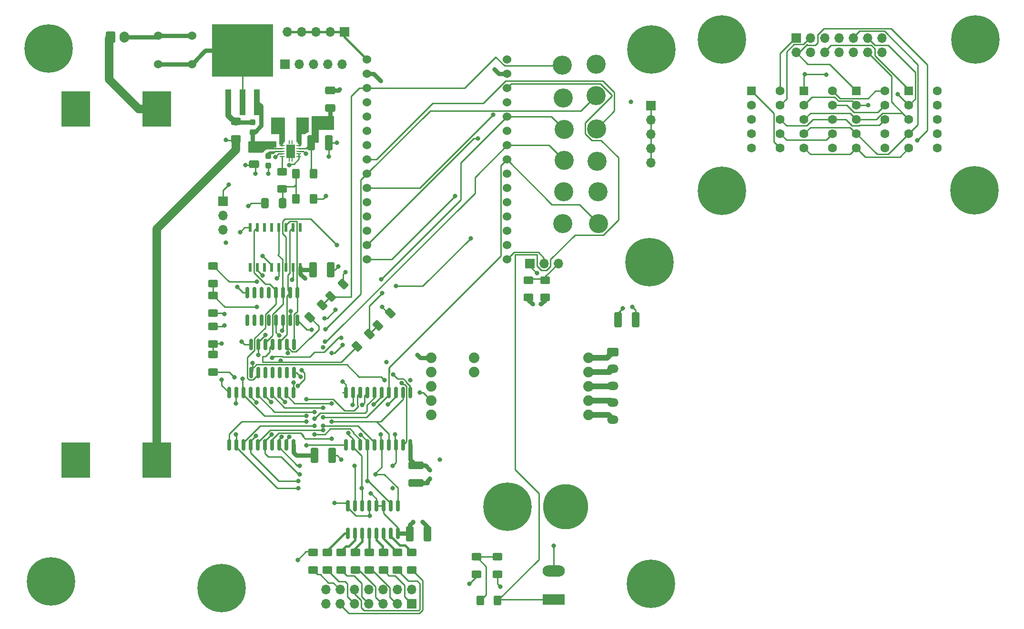
<source format=gbr>
%TF.GenerationSoftware,KiCad,Pcbnew,6.0.4-6f826c9f35~116~ubuntu20.04.1*%
%TF.CreationDate,2022-12-07T13:40:06+01:00*%
%TF.ProjectId,Salwa2,53616c77-6132-42e6-9b69-6361645f7063,rev?*%
%TF.SameCoordinates,Original*%
%TF.FileFunction,Copper,L1,Top*%
%TF.FilePolarity,Positive*%
%FSLAX46Y46*%
G04 Gerber Fmt 4.6, Leading zero omitted, Abs format (unit mm)*
G04 Created by KiCad (PCBNEW 6.0.4-6f826c9f35~116~ubuntu20.04.1) date 2022-12-07 13:40:06*
%MOMM*%
%LPD*%
G01*
G04 APERTURE LIST*
G04 Aperture macros list*
%AMRoundRect*
0 Rectangle with rounded corners*
0 $1 Rounding radius*
0 $2 $3 $4 $5 $6 $7 $8 $9 X,Y pos of 4 corners*
0 Add a 4 corners polygon primitive as box body*
4,1,4,$2,$3,$4,$5,$6,$7,$8,$9,$2,$3,0*
0 Add four circle primitives for the rounded corners*
1,1,$1+$1,$2,$3*
1,1,$1+$1,$4,$5*
1,1,$1+$1,$6,$7*
1,1,$1+$1,$8,$9*
0 Add four rect primitives between the rounded corners*
20,1,$1+$1,$2,$3,$4,$5,0*
20,1,$1+$1,$4,$5,$6,$7,0*
20,1,$1+$1,$6,$7,$8,$9,0*
20,1,$1+$1,$8,$9,$2,$3,0*%
G04 Aperture macros list end*
%TA.AperFunction,ComponentPad*%
%ADD10R,1.700000X1.700000*%
%TD*%
%TA.AperFunction,ComponentPad*%
%ADD11O,1.700000X1.700000*%
%TD*%
%TA.AperFunction,ComponentPad*%
%ADD12C,8.600000*%
%TD*%
%TA.AperFunction,ComponentPad*%
%ADD13C,0.900000*%
%TD*%
%TA.AperFunction,SMDPad,CuDef*%
%ADD14RoundRect,0.250000X-0.412500X-1.100000X0.412500X-1.100000X0.412500X1.100000X-0.412500X1.100000X0*%
%TD*%
%TA.AperFunction,ComponentPad*%
%ADD15C,3.400000*%
%TD*%
%TA.AperFunction,SMDPad,CuDef*%
%ADD16RoundRect,0.250000X0.625000X-0.400000X0.625000X0.400000X-0.625000X0.400000X-0.625000X-0.400000X0*%
%TD*%
%TA.AperFunction,SMDPad,CuDef*%
%ADD17RoundRect,0.250000X-0.400000X-0.625000X0.400000X-0.625000X0.400000X0.625000X-0.400000X0.625000X0*%
%TD*%
%TA.AperFunction,SMDPad,CuDef*%
%ADD18RoundRect,0.237500X0.237500X-0.287500X0.237500X0.287500X-0.237500X0.287500X-0.237500X-0.287500X0*%
%TD*%
%TA.AperFunction,SMDPad,CuDef*%
%ADD19RoundRect,0.250000X-0.625000X0.400000X-0.625000X-0.400000X0.625000X-0.400000X0.625000X0.400000X0*%
%TD*%
%TA.AperFunction,ComponentPad*%
%ADD20RoundRect,0.250001X-0.759999X0.499999X-0.759999X-0.499999X0.759999X-0.499999X0.759999X0.499999X0*%
%TD*%
%TA.AperFunction,ComponentPad*%
%ADD21O,2.020000X1.500000*%
%TD*%
%TA.AperFunction,SMDPad,CuDef*%
%ADD22R,0.600000X1.500000*%
%TD*%
%TA.AperFunction,ComponentPad*%
%ADD23C,1.524000*%
%TD*%
%TA.AperFunction,SMDPad,CuDef*%
%ADD24R,1.600000X1.600000*%
%TD*%
%TA.AperFunction,SMDPad,CuDef*%
%ADD25RoundRect,0.250000X0.159099X-0.724784X0.724784X-0.159099X-0.159099X0.724784X-0.724784X0.159099X0*%
%TD*%
%TA.AperFunction,SMDPad,CuDef*%
%ADD26R,0.850000X0.280000*%
%TD*%
%TA.AperFunction,ComponentPad*%
%ADD27C,0.600000*%
%TD*%
%TA.AperFunction,SMDPad,CuDef*%
%ADD28R,0.280000X0.700000*%
%TD*%
%TA.AperFunction,SMDPad,CuDef*%
%ADD29R,1.650000X2.400000*%
%TD*%
%TA.AperFunction,SMDPad,CuDef*%
%ADD30R,5.080000X6.350000*%
%TD*%
%TA.AperFunction,SMDPad,CuDef*%
%ADD31RoundRect,0.150000X-0.150000X0.825000X-0.150000X-0.825000X0.150000X-0.825000X0.150000X0.825000X0*%
%TD*%
%TA.AperFunction,ComponentPad*%
%ADD32R,1.600000X1.600000*%
%TD*%
%TA.AperFunction,ComponentPad*%
%ADD33C,1.600000*%
%TD*%
%TA.AperFunction,SMDPad,CuDef*%
%ADD34RoundRect,0.250000X-0.412500X-0.650000X0.412500X-0.650000X0.412500X0.650000X-0.412500X0.650000X0*%
%TD*%
%TA.AperFunction,ComponentPad*%
%ADD35C,1.879600*%
%TD*%
%TA.AperFunction,SMDPad,CuDef*%
%ADD36RoundRect,0.237500X-0.237500X0.300000X-0.237500X-0.300000X0.237500X-0.300000X0.237500X0.300000X0*%
%TD*%
%TA.AperFunction,SMDPad,CuDef*%
%ADD37R,1.100000X4.600000*%
%TD*%
%TA.AperFunction,SMDPad,CuDef*%
%ADD38R,10.800000X9.400000*%
%TD*%
%TA.AperFunction,ComponentPad*%
%ADD39R,3.960000X1.980000*%
%TD*%
%TA.AperFunction,ComponentPad*%
%ADD40O,3.960000X1.980000*%
%TD*%
%TA.AperFunction,SMDPad,CuDef*%
%ADD41RoundRect,0.250000X-1.100000X0.412500X-1.100000X-0.412500X1.100000X-0.412500X1.100000X0.412500X0*%
%TD*%
%TA.AperFunction,SMDPad,CuDef*%
%ADD42RoundRect,0.150000X-0.150000X0.875000X-0.150000X-0.875000X0.150000X-0.875000X0.150000X0.875000X0*%
%TD*%
%TA.AperFunction,ComponentPad*%
%ADD43C,8.000000*%
%TD*%
%TA.AperFunction,SMDPad,CuDef*%
%ADD44RoundRect,0.250000X0.650000X-0.412500X0.650000X0.412500X-0.650000X0.412500X-0.650000X-0.412500X0*%
%TD*%
%TA.AperFunction,ComponentPad*%
%ADD45RoundRect,0.250000X-0.600000X-0.750000X0.600000X-0.750000X0.600000X0.750000X-0.600000X0.750000X0*%
%TD*%
%TA.AperFunction,ComponentPad*%
%ADD46O,1.700000X2.000000*%
%TD*%
%TA.AperFunction,SMDPad,CuDef*%
%ADD47RoundRect,0.250000X-0.650000X0.412500X-0.650000X-0.412500X0.650000X-0.412500X0.650000X0.412500X0*%
%TD*%
%TA.AperFunction,SMDPad,CuDef*%
%ADD48RoundRect,0.250000X0.400000X0.625000X-0.400000X0.625000X-0.400000X-0.625000X0.400000X-0.625000X0*%
%TD*%
%TA.AperFunction,ViaPad*%
%ADD49C,0.800000*%
%TD*%
%TA.AperFunction,Conductor*%
%ADD50C,1.500000*%
%TD*%
%TA.AperFunction,Conductor*%
%ADD51C,0.250000*%
%TD*%
%TA.AperFunction,Conductor*%
%ADD52C,0.750000*%
%TD*%
%TA.AperFunction,Conductor*%
%ADD53C,0.500000*%
%TD*%
%TA.AperFunction,Conductor*%
%ADD54C,1.000000*%
%TD*%
%TA.AperFunction,Conductor*%
%ADD55C,0.400000*%
%TD*%
G04 APERTURE END LIST*
D10*
%TO.P,J1,1,Pin_1*%
%TO.N,GNDA*%
X119250000Y-49500000D03*
D11*
%TO.P,J1,2,Pin_2*%
X121790000Y-49500000D03*
%TO.P,J1,3,Pin_3*%
X124330000Y-49500000D03*
%TO.P,J1,4,Pin_4*%
X126870000Y-49500000D03*
%TO.P,J1,5,Pin_5*%
X129410000Y-49500000D03*
%TD*%
D10*
%TO.P,J2,1,Pin_1*%
%TO.N,+3.3VA*%
X129790000Y-43750000D03*
D11*
%TO.P,J2,2,Pin_2*%
X127250000Y-43750000D03*
%TO.P,J2,3,Pin_3*%
X124710000Y-43750000D03*
%TO.P,J2,4,Pin_4*%
X122170000Y-43750000D03*
%TO.P,J2,5,Pin_5*%
X119630000Y-43750000D03*
%TD*%
D12*
%TO.P,H1,1*%
%TO.N,N/C*%
X158750000Y-128250000D03*
D13*
X156469581Y-125969581D03*
X161030419Y-130530419D03*
X161975000Y-128250000D03*
X161030419Y-125969581D03*
X156469581Y-130530419D03*
X158750000Y-125025000D03*
X155525000Y-128250000D03*
X158750000Y-131475000D03*
%TD*%
D14*
%TO.P,C6,1*%
%TO.N,+5VA*%
X141465515Y-133141658D03*
%TO.P,C6,2*%
%TO.N,GNDA*%
X144590515Y-133141658D03*
%TD*%
D15*
%TO.P,TP12,1,1*%
%TO.N,/esp32-SMD/IO23*%
X168750000Y-72250000D03*
%TD*%
D14*
%TO.P,C5,1*%
%TO.N,+5VA*%
X178428600Y-94999999D03*
%TO.P,C5,2*%
%TO.N,GNDA*%
X181553600Y-94999999D03*
%TD*%
D15*
%TO.P,TP8,1,1*%
%TO.N,/7-segment-display-SMD/BCD_in2*%
X174986760Y-77875300D03*
%TD*%
D16*
%TO.P,R20,1*%
%TO.N,/7-segment-display-SMD/_c*%
X131750000Y-139550000D03*
%TO.P,R20,2*%
%TO.N,/7-segment-display-SMD/c*%
X131750000Y-136450000D03*
%TD*%
D17*
%TO.P,R12,1*%
%TO.N,Net-(C3-Pad2)*%
X121200000Y-73500000D03*
%TO.P,R12,2*%
%TO.N,GNDA*%
X124300000Y-73500000D03*
%TD*%
D16*
%TO.P,R22,1*%
%TO.N,/7-segment-display-SMD/_e*%
X126750000Y-139550000D03*
%TO.P,R22,2*%
%TO.N,/7-segment-display-SMD/e*%
X126750000Y-136450000D03*
%TD*%
D18*
%TO.P,D1,1,K*%
%TO.N,/power-SMD/Vin-SMD+*%
X113500000Y-61625000D03*
%TO.P,D1,2,A*%
%TO.N,Net-(D1-Pad2)*%
X113500000Y-59875000D03*
%TD*%
D19*
%TO.P,R16,1*%
%TO.N,Net-(R15-Pad2)*%
X157000000Y-137200000D03*
%TO.P,R16,2*%
%TO.N,GNDA*%
X157000000Y-140300000D03*
%TD*%
D15*
%TO.P,TP2,1,1*%
%TO.N,/esp32-SMD/IO5*%
X174582586Y-61034711D03*
%TD*%
D20*
%TO.P,J8,1,Pin_1*%
%TO.N,Net-(J8-Pad1)*%
X177500000Y-100750000D03*
D21*
%TO.P,J8,2,Pin_2*%
%TO.N,Net-(J8-Pad2)*%
X177500000Y-103750000D03*
%TO.P,J8,3,Pin_3*%
%TO.N,Net-(J8-Pad3)*%
X177500000Y-106750000D03*
%TO.P,J8,4,Pin_4*%
%TO.N,Net-(J8-Pad4)*%
X177500000Y-109750000D03*
%TO.P,J8,5,Pin_5*%
%TO.N,Net-(J8-Pad5)*%
X177500000Y-112750000D03*
%TD*%
D22*
%TO.P,U4,1,5*%
%TO.N,unconnected-(U4-Pad1)*%
X121973016Y-78591659D03*
%TO.P,U4,2,1*%
%TO.N,Net-(U4-Pad2)*%
X120703016Y-78591659D03*
%TO.P,U4,3,0*%
%TO.N,Net-(U4-Pad3)*%
X119433016Y-78591659D03*
%TO.P,U4,4,2*%
%TO.N,Net-(U4-Pad4)*%
X118163016Y-78591659D03*
%TO.P,U4,5,6*%
%TO.N,unconnected-(U4-Pad5)*%
X116893016Y-78591659D03*
%TO.P,U4,6,7*%
%TO.N,unconnected-(U4-Pad6)*%
X115623016Y-78591659D03*
%TO.P,U4,7,3*%
%TO.N,Net-(U4-Pad7)*%
X114353016Y-78591659D03*
%TO.P,U4,8,GND*%
%TO.N,GNDA*%
X113083016Y-78591659D03*
%TO.P,U4,9,8*%
%TO.N,unconnected-(U4-Pad9)*%
X113083016Y-85691659D03*
%TO.P,U4,10,4*%
%TO.N,Net-(U4-Pad10)*%
X114353016Y-85691659D03*
%TO.P,U4,11,9*%
%TO.N,unconnected-(U4-Pad11)*%
X115623016Y-85691659D03*
%TO.P,U4,12,TERMINAL_COUNT*%
%TO.N,Net-(J5-Pad2)*%
X116893016Y-85691659D03*
%TO.P,U4,13,CLOCK_ENABLE*%
%TO.N,GNDA*%
X118163016Y-85691659D03*
%TO.P,U4,14,CLOCK*%
%TO.N,/7-segment-display-SMD/clk-7SegmentDisplay*%
X119433016Y-85691659D03*
%TO.P,U4,15,MASTER_RESET*%
%TO.N,Net-(U4-Pad10)*%
X120703016Y-85691659D03*
%TO.P,U4,16,Vcc*%
%TO.N,+5VA*%
X121973016Y-85691659D03*
%TD*%
D14*
%TO.P,C8,1*%
%TO.N,+5VA*%
X123937500Y-63500000D03*
%TO.P,C8,2*%
%TO.N,GNDA*%
X127062500Y-63500000D03*
%TD*%
D12*
%TO.P,H12,1*%
%TO.N,N/C*%
X241967578Y-45108740D03*
D13*
X241967578Y-41883740D03*
X239687159Y-47389159D03*
X238742578Y-45108740D03*
X244247997Y-42828321D03*
X245192578Y-45108740D03*
X239687159Y-42828321D03*
X241967578Y-48333740D03*
X244247997Y-47389159D03*
%TD*%
D15*
%TO.P,TP4,1,1*%
%TO.N,/esp32-SMD/IO15*%
X168500000Y-49750000D03*
%TD*%
%TO.P,TP10,1,1*%
%TO.N,/7-segment-display-SMD/_dpBoard*%
X168641258Y-77893995D03*
%TD*%
D13*
%TO.P,H11,1*%
%TO.N,N/C*%
X199130419Y-47380419D03*
D12*
X196850000Y-45100000D03*
D13*
X193625000Y-45100000D03*
X194569581Y-47380419D03*
X199130419Y-42819581D03*
X200075000Y-45100000D03*
X194569581Y-42819581D03*
X196850000Y-48325000D03*
X196850000Y-41875000D03*
%TD*%
D12*
%TO.P,H7,1*%
%TO.N,N/C*%
X184000000Y-84750000D03*
D13*
X180775000Y-84750000D03*
X181719581Y-82469581D03*
X181719581Y-87030419D03*
X186280419Y-82469581D03*
X184000000Y-87975000D03*
X184000000Y-81525000D03*
X186280419Y-87030419D03*
X187225000Y-84750000D03*
%TD*%
D16*
%TO.P,R25,1*%
%TO.N,/7-segment-display-SMD/_dp*%
X124250000Y-139550000D03*
%TO.P,R25,2*%
%TO.N,/7-segment-display-SMD/_dpBoard*%
X124250000Y-136450000D03*
%TD*%
%TO.P,R19,1*%
%TO.N,/7-segment-display-SMD/_b*%
X134250000Y-139550000D03*
%TO.P,R19,2*%
%TO.N,/7-segment-display-SMD/b*%
X134250000Y-136450000D03*
%TD*%
D23*
%TO.P,U2,1,EN*%
%TO.N,Net-(J4-Pad2)*%
X158696000Y-84284000D03*
%TO.P,U2,2,VP*%
%TO.N,unconnected-(U2-Pad2)*%
X158696000Y-81744000D03*
%TO.P,U2,3,VN*%
%TO.N,unconnected-(U2-Pad3)*%
X158696000Y-79204000D03*
%TO.P,U2,4,D34*%
%TO.N,unconnected-(U2-Pad4)*%
X158696000Y-76664000D03*
%TO.P,U2,5,D35*%
%TO.N,unconnected-(U2-Pad5)*%
X158696000Y-74124000D03*
%TO.P,U2,6,D32*%
%TO.N,unconnected-(U2-Pad6)*%
X158696000Y-71584000D03*
%TO.P,U2,7,D33*%
%TO.N,unconnected-(U2-Pad7)*%
X158696000Y-69044000D03*
%TO.P,U2,8,D25*%
%TO.N,/7-segment-display-SMD/BCD_in2*%
X158696000Y-66504000D03*
%TO.P,U2,9,D26*%
%TO.N,/7-segment-display-SMD/BCD_in3*%
X158696000Y-63964000D03*
%TO.P,U2,10,D27*%
%TO.N,/7-segment-display-SMD/_dpBoard*%
X158696000Y-61424000D03*
%TO.P,U2,11,D14*%
%TO.N,/esp32-SMD/IO14*%
X158696000Y-58884000D03*
%TO.P,U2,12,D12*%
%TO.N,unconnected-(U2-Pad12)*%
X158696000Y-56344000D03*
%TO.P,U2,13,D13*%
%TO.N,/esp32-SMD/button*%
X158696000Y-53804000D03*
%TO.P,U2,14,GND*%
%TO.N,GNDA*%
X158696000Y-51264000D03*
X158696000Y-51264000D03*
%TO.P,U2,15,VIN*%
%TO.N,+5VA*%
X158696000Y-48724000D03*
%TO.P,U2,16,3V3*%
%TO.N,+3.3VA*%
X133804000Y-48724000D03*
%TO.P,U2,17,GND*%
%TO.N,GNDA*%
X133804000Y-51264000D03*
%TO.P,U2,18,D15*%
%TO.N,/esp32-SMD/IO15*%
X133804000Y-53804000D03*
%TO.P,U2,19,D2*%
%TO.N,unconnected-(U2-Pad19)*%
X133804000Y-56344000D03*
%TO.P,U2,20,D4*%
%TO.N,/esp32-SMD/IO4*%
X133804000Y-58884000D03*
%TO.P,U2,21,RX2*%
%TO.N,unconnected-(U2-Pad21)*%
X133804000Y-61424000D03*
%TO.P,U2,22,TX2*%
%TO.N,unconnected-(U2-Pad22)*%
X133804000Y-63964000D03*
%TO.P,U2,23,D5*%
%TO.N,/esp32-SMD/IO5*%
X133804000Y-66504000D03*
%TO.P,U2,24,D18*%
%TO.N,/7-segment-display-SMD/BCD_in4*%
X133804000Y-69044000D03*
%TO.P,U2,25,D19*%
%TO.N,/7-segment-display-SMD/BCD_in1*%
X133804000Y-71584000D03*
%TO.P,U2,26,D21*%
%TO.N,/esp32-SMD/IO21*%
X133804000Y-74124000D03*
%TO.P,U2,27,RX0*%
%TO.N,unconnected-(U2-Pad27)*%
X133804000Y-76664000D03*
%TO.P,U2,28,TX0*%
%TO.N,unconnected-(U2-Pad28)*%
X133804000Y-79204000D03*
%TO.P,U2,29,D22*%
%TO.N,/7-segment-display-SMD/clk-7SegmentDisplay*%
X133804000Y-81744000D03*
%TO.P,U2,30,D23*%
%TO.N,/esp32-SMD/IO23*%
X133804000Y-84284000D03*
%TD*%
D15*
%TO.P,TP7,1,1*%
%TO.N,/esp32-SMD/IO21*%
X174852035Y-72216862D03*
%TD*%
D10*
%TO.P,J3,1,Pin_1*%
%TO.N,+5VA*%
X184250000Y-56925000D03*
D11*
%TO.P,J3,2,Pin_2*%
X184250000Y-59465000D03*
%TO.P,J3,3,Pin_3*%
X184250000Y-62005000D03*
%TO.P,J3,4,Pin_4*%
X184250000Y-64545000D03*
%TO.P,J3,5,Pin_5*%
X184250000Y-67085000D03*
%TD*%
D24*
%TO.P,L1,1,1*%
%TO.N,/power-SMD/inductor1*%
X117947278Y-59872924D03*
%TO.P,L1,2,2*%
%TO.N,/power-SMD/inductor2*%
X122486227Y-59956859D03*
%TD*%
D13*
%TO.P,H6,1*%
%TO.N,N/C*%
X79980419Y-143880419D03*
X74475000Y-141600000D03*
X77700000Y-144825000D03*
D12*
X77700000Y-141600000D03*
D13*
X77700000Y-138375000D03*
X75419581Y-139319581D03*
X79980419Y-139319581D03*
X75419581Y-143880419D03*
X80925000Y-141600000D03*
%TD*%
D25*
%TO.P,R3,1*%
%TO.N,/esp32-SMD/IO14*%
X135750000Y-96000000D03*
%TO.P,R3,2*%
%TO.N,GNDA*%
X137942032Y-93807968D03*
%TD*%
D26*
%TO.P,U1,1,L*%
%TO.N,/power-SMD/inductor1*%
X118775000Y-64000000D03*
%TO.P,U1,2,VIN*%
%TO.N,/power-SMD/Vin-SMD+*%
X118775000Y-64500000D03*
%TO.P,U1,3,SS*%
%TO.N,Net-(C2-Pad1)*%
X118775000Y-65000000D03*
%TO.P,U1,4,GND*%
%TO.N,GNDA*%
X118775000Y-65500000D03*
%TO.P,U1,5,FB*%
%TO.N,Net-(R10-Pad1)*%
X118775000Y-66000000D03*
%TO.P,U1,6,EN*%
%TO.N,/power-SMD/Vin-SMD+*%
X121725000Y-66000000D03*
%TO.P,U1,7,FSW*%
X121725000Y-65500000D03*
%TO.P,U1,8,PGND*%
%TO.N,GNDA*%
X121725000Y-65000000D03*
%TO.P,U1,9,OUT*%
%TO.N,+5VA*%
X121725000Y-64500000D03*
%TO.P,U1,10,SW*%
%TO.N,/power-SMD/inductor2*%
X121725000Y-64000000D03*
D27*
%TO.P,U1,11*%
%TO.N,N/C*%
X119770000Y-65860000D03*
X119770000Y-64140000D03*
X120250000Y-65000000D03*
D28*
X120500000Y-63450000D03*
D27*
X120730000Y-65860000D03*
D29*
X120250000Y-65000000D03*
D28*
X120500000Y-66550000D03*
X120000000Y-63450000D03*
D27*
X120730000Y-64140000D03*
D28*
X120000000Y-66550000D03*
%TD*%
D19*
%TO.P,R14,1*%
%TO.N,Net-(J4-Pad3)*%
X165500000Y-87950000D03*
%TO.P,R14,2*%
%TO.N,GNDA*%
X165500000Y-91050000D03*
%TD*%
D25*
%TO.P,R4,1*%
%TO.N,/7-segment-display-SMD/_ones*%
X132037689Y-99712311D03*
%TO.P,R4,2*%
%TO.N,/esp32-SMD/IO14*%
X134229721Y-97520279D03*
%TD*%
D30*
%TO.P,BT1,1,+*%
%TO.N,/power-SMD/PowerIn+*%
X96449998Y-57495300D03*
%TO.P,BT1,2,-*%
%TO.N,GNDA*%
X96449998Y-120004700D03*
%TO.P,BT1,3*%
%TO.N,N/C*%
X82050002Y-57495300D03*
%TO.P,BT1,4*%
X82050002Y-120004700D03*
%TD*%
D16*
%TO.P,R8,1*%
%TO.N,/7-segment-display-SMD/_hundreds*%
X106500000Y-104300000D03*
%TO.P,R8,2*%
%TO.N,/esp32-SMD/IO4*%
X106500000Y-101200000D03*
%TD*%
D15*
%TO.P,TP5,1,1*%
%TO.N,/7-segment-display-SMD/BCD_in4*%
X174515224Y-55106824D03*
%TD*%
D31*
%TO.P,U6,1,D1*%
%TO.N,/7-segment-display-SMD/BCD_out2*%
X139320000Y-128075000D03*
%TO.P,U6,2,D2*%
%TO.N,/7-segment-display-SMD/BCD_out3*%
X138050000Y-128075000D03*
%TO.P,U6,3,LT*%
%TO.N,+5VA*%
X136780000Y-128075000D03*
%TO.P,U6,4,BL*%
X135510000Y-128075000D03*
%TO.P,U6,5,LE*%
%TO.N,GNDA*%
X134240000Y-128075000D03*
%TO.P,U6,6,D3*%
%TO.N,/7-segment-display-SMD/BCD_out4*%
X132970000Y-128075000D03*
%TO.P,U6,7,D0*%
%TO.N,/7-segment-display-SMD/BCD_out1*%
X131700000Y-128075000D03*
%TO.P,U6,8,GND*%
%TO.N,GNDA*%
X130430000Y-128075000D03*
%TO.P,U6,9,e*%
%TO.N,/7-segment-display-SMD/e*%
X130430000Y-133025000D03*
%TO.P,U6,10,d*%
%TO.N,/7-segment-display-SMD/d*%
X131700000Y-133025000D03*
%TO.P,U6,11,c*%
%TO.N,/7-segment-display-SMD/c*%
X132970000Y-133025000D03*
%TO.P,U6,12,b*%
%TO.N,/7-segment-display-SMD/b*%
X134240000Y-133025000D03*
%TO.P,U6,13,a*%
%TO.N,/7-segment-display-SMD/a*%
X135510000Y-133025000D03*
%TO.P,U6,14,g*%
%TO.N,/7-segment-display-SMD/g*%
X136780000Y-133025000D03*
%TO.P,U6,15,f*%
%TO.N,/7-segment-display-SMD/f*%
X138050000Y-133025000D03*
%TO.P,U6,16,VCC*%
%TO.N,+5VA*%
X139320000Y-133025000D03*
%TD*%
D32*
%TO.P,U11,1,CC*%
%TO.N,+hundreds*%
X211482500Y-54282500D03*
D33*
%TO.P,U11,2,F*%
%TO.N,+f*%
X211482500Y-56822500D03*
%TO.P,U11,3,G*%
%TO.N,+g*%
X211482500Y-59362500D03*
%TO.P,U11,4,E*%
%TO.N,+e*%
X211482500Y-61902500D03*
%TO.P,U11,5,D*%
%TO.N,+d*%
X211482500Y-64442500D03*
%TO.P,U11,6,CC*%
%TO.N,+hundreds*%
X216562500Y-64442500D03*
%TO.P,U11,7,DP*%
%TO.N,+dp*%
X216562500Y-61902500D03*
%TO.P,U11,8,C*%
%TO.N,+c*%
X216562500Y-59362500D03*
%TO.P,U11,9,B*%
%TO.N,+b*%
X216562500Y-56822500D03*
%TO.P,U11,10,A*%
%TO.N,+a*%
X216562500Y-54282500D03*
%TD*%
D16*
%TO.P,R7,1*%
%TO.N,/esp32-SMD/IO4*%
X106500000Y-99300000D03*
%TO.P,R7,2*%
%TO.N,GNDA*%
X106500000Y-96200000D03*
%TD*%
D10*
%TO.P,J6,1,Pin_1*%
%TO.N,/7-segment-display-SMD/_a*%
X141740000Y-145540000D03*
D11*
%TO.P,J6,2,Pin_2*%
%TO.N,/7-segment-display-SMD/thousands*%
X141740000Y-143000000D03*
%TO.P,J6,3,Pin_3*%
%TO.N,/7-segment-display-SMD/_b*%
X139200000Y-145540000D03*
%TO.P,J6,4,Pin_4*%
%TO.N,/7-segment-display-SMD/hundreds*%
X139200000Y-143000000D03*
%TO.P,J6,5,Pin_5*%
%TO.N,/7-segment-display-SMD/_c*%
X136660000Y-145540000D03*
%TO.P,J6,6,Pin_6*%
%TO.N,/7-segment-display-SMD/tens*%
X136660000Y-143000000D03*
%TO.P,J6,7,Pin_7*%
%TO.N,/7-segment-display-SMD/_d*%
X134120000Y-145540000D03*
%TO.P,J6,8,Pin_8*%
%TO.N,/7-segment-display-SMD/ones*%
X134120000Y-143000000D03*
%TO.P,J6,9,Pin_9*%
%TO.N,/7-segment-display-SMD/_e*%
X131580000Y-145540000D03*
%TO.P,J6,10,Pin_10*%
%TO.N,/7-segment-display-SMD/_g*%
X131580000Y-143000000D03*
%TO.P,J6,11,Pin_11*%
%TO.N,/7-segment-display-SMD/_f*%
X129040000Y-145540000D03*
%TO.P,J6,12,Pin_12*%
%TO.N,/7-segment-display-SMD/_dp*%
X129040000Y-143000000D03*
%TO.P,J6,13,Pin_13*%
%TO.N,unconnected-(J6-Pad13)*%
X126500000Y-145540000D03*
%TO.P,J6,14,Pin_14*%
%TO.N,unconnected-(J6-Pad14)*%
X126500000Y-143000000D03*
%TD*%
D15*
%TO.P,TP11,1,1*%
%TO.N,/7-segment-display-SMD/clk-7SegmentDisplay*%
X174717311Y-66827874D03*
%TD*%
D34*
%TO.P,C3,1*%
%TO.N,+5VA*%
X115687500Y-74250000D03*
%TO.P,C3,2*%
%TO.N,Net-(C3-Pad2)*%
X118812500Y-74250000D03*
%TD*%
D35*
%TO.P,U13,1,RED*%
%TO.N,Net-(J8-Pad5)*%
X173190000Y-111961199D03*
%TO.P,U13,2,BLK*%
%TO.N,Net-(J8-Pad4)*%
X173190000Y-109421199D03*
%TO.P,U13,3,WHT*%
%TO.N,Net-(J8-Pad3)*%
X173190000Y-106881199D03*
%TO.P,U13,4,GRN*%
%TO.N,Net-(J8-Pad2)*%
X173190000Y-104341199D03*
%TO.P,U13,5,YLW*%
%TO.N,Net-(J8-Pad1)*%
X173190000Y-101801199D03*
%TO.P,U13,6,GND*%
%TO.N,GNDA*%
X145250000Y-101801199D03*
%TO.P,U13,7,CLK*%
%TO.N,/esp32-SMD/IO21*%
X145250000Y-104341199D03*
%TO.P,U13,8,DAT*%
%TO.N,/esp32-SMD/IO23*%
X145250000Y-106881199D03*
%TO.P,U13,9,VCC*%
%TO.N,+5VA*%
X145250000Y-109421199D03*
%TO.P,U13,10,VDD*%
%TO.N,+3.3VA*%
X145250000Y-111961199D03*
%TO.P,U13,11*%
%TO.N,unconnected-(U13-Pad11)*%
X152870000Y-104341199D03*
%TO.P,U13,12*%
%TO.N,unconnected-(U13-Pad12)*%
X152870000Y-101801199D03*
%TD*%
D19*
%TO.P,R5,1*%
%TO.N,/esp32-SMD/IO5*%
X106500000Y-90700000D03*
%TO.P,R5,2*%
%TO.N,GNDA*%
X106500000Y-93800000D03*
%TD*%
D25*
%TO.P,R2,1*%
%TO.N,/7-segment-display-SMD/_thousands*%
X123691673Y-94558327D03*
%TO.P,R2,2*%
%TO.N,/esp32-SMD/IO15*%
X125883705Y-92366295D03*
%TD*%
D32*
%TO.P,U12,1,CC*%
%TO.N,+thousands*%
X220792500Y-54282500D03*
D33*
%TO.P,U12,2,F*%
%TO.N,+f*%
X220792500Y-56822500D03*
%TO.P,U12,3,G*%
%TO.N,+g*%
X220792500Y-59362500D03*
%TO.P,U12,4,E*%
%TO.N,+e*%
X220792500Y-61902500D03*
%TO.P,U12,5,D*%
%TO.N,+d*%
X220792500Y-64442500D03*
%TO.P,U12,6,CC*%
%TO.N,+thousands*%
X225872500Y-64442500D03*
%TO.P,U12,7,DP*%
%TO.N,+dp*%
X225872500Y-61902500D03*
%TO.P,U12,8,C*%
%TO.N,+c*%
X225872500Y-59362500D03*
%TO.P,U12,9,B*%
%TO.N,+b*%
X225872500Y-56822500D03*
%TO.P,U12,10,A*%
%TO.N,+a*%
X225872500Y-54282500D03*
%TD*%
D36*
%TO.P,C2,1*%
%TO.N,Net-(C2-Pad1)*%
X116250000Y-65887500D03*
%TO.P,C2,2*%
%TO.N,GNDA*%
X116250000Y-67612500D03*
%TD*%
D32*
%TO.P,U9,1,CC*%
%TO.N,+ones*%
X202172500Y-54282500D03*
D33*
%TO.P,U9,2,F*%
%TO.N,+f*%
X202172500Y-56822500D03*
%TO.P,U9,3,G*%
%TO.N,+g*%
X202172500Y-59362500D03*
%TO.P,U9,4,E*%
%TO.N,+e*%
X202172500Y-61902500D03*
%TO.P,U9,5,D*%
%TO.N,+d*%
X202172500Y-64442500D03*
%TO.P,U9,6,CC*%
%TO.N,+ones*%
X207252500Y-64442500D03*
%TO.P,U9,7,DP*%
%TO.N,+dp*%
X207252500Y-61902500D03*
%TO.P,U9,8,C*%
%TO.N,+c*%
X207252500Y-59362500D03*
%TO.P,U9,9,B*%
%TO.N,+b*%
X207252500Y-56822500D03*
%TO.P,U9,10,A*%
%TO.N,+a*%
X207252500Y-54282500D03*
%TD*%
D37*
%TO.P,Q1,1,G*%
%TO.N,Net-(D1-Pad2)*%
X109210000Y-56275000D03*
D38*
%TO.P,Q1,2,D*%
%TO.N,Net-(Q1-Pad2)*%
X111750000Y-47125000D03*
D37*
X111750000Y-56275000D03*
%TO.P,Q1,3,S*%
%TO.N,/power-SMD/Vin-SMD+*%
X114290000Y-56275000D03*
%TD*%
D10*
%TO.P,J5,1,Pin_1*%
%TO.N,+5VA*%
X108203972Y-73942556D03*
D11*
%TO.P,J5,2,Pin_2*%
%TO.N,Net-(J5-Pad2)*%
X108203972Y-76482556D03*
%TO.P,J5,3,Pin_3*%
%TO.N,GNDA*%
X108203972Y-79022556D03*
%TD*%
D10*
%TO.P,J4,1,Pin_1*%
%TO.N,GNDA*%
X162725000Y-85000000D03*
D11*
%TO.P,J4,2,Pin_2*%
%TO.N,Net-(J4-Pad2)*%
X165265000Y-85000000D03*
%TO.P,J4,3,Pin_3*%
%TO.N,Net-(J4-Pad3)*%
X167805000Y-85000000D03*
%TD*%
D39*
%TO.P,S1,1,A*%
%TO.N,/esp32-SMD/button*%
X167000000Y-144750000D03*
D40*
%TO.P,S1,2,B*%
%TO.N,GNDA*%
X167000000Y-139750000D03*
%TD*%
D32*
%TO.P,U10,1,CC*%
%TO.N,+tens*%
X230102500Y-54282500D03*
D33*
%TO.P,U10,2,F*%
%TO.N,+f*%
X230102500Y-56822500D03*
%TO.P,U10,3,G*%
%TO.N,+g*%
X230102500Y-59362500D03*
%TO.P,U10,4,E*%
%TO.N,+e*%
X230102500Y-61902500D03*
%TO.P,U10,5,D*%
%TO.N,+d*%
X230102500Y-64442500D03*
%TO.P,U10,6,CC*%
%TO.N,+tens*%
X235182500Y-64442500D03*
%TO.P,U10,7,DP*%
%TO.N,+dp*%
X235182500Y-61902500D03*
%TO.P,U10,8,C*%
%TO.N,+c*%
X235182500Y-59362500D03*
%TO.P,U10,9,B*%
%TO.N,+b*%
X235182500Y-56822500D03*
%TO.P,U10,10,A*%
%TO.N,+a*%
X235182500Y-54282500D03*
%TD*%
D13*
%TO.P,H3,1*%
%TO.N,N/C*%
X186655419Y-44619581D03*
X187600000Y-46900000D03*
X182094581Y-49180419D03*
X184375000Y-43675000D03*
X186655419Y-49180419D03*
X181150000Y-46900000D03*
D12*
X184375000Y-46900000D03*
D13*
X182094581Y-44619581D03*
X184375000Y-50125000D03*
%TD*%
D14*
%TO.P,C10,1*%
%TO.N,+5VA*%
X124215515Y-86141659D03*
%TO.P,C10,2*%
%TO.N,GNDA*%
X127340515Y-86141659D03*
%TD*%
D16*
%TO.P,R15,1*%
%TO.N,+5VA*%
X153250000Y-140300000D03*
%TO.P,R15,2*%
%TO.N,Net-(R15-Pad2)*%
X153250000Y-137200000D03*
%TD*%
%TO.P,R13,1*%
%TO.N,+5VA*%
X162500000Y-91050000D03*
%TO.P,R13,2*%
%TO.N,Net-(J4-Pad3)*%
X162500000Y-87950000D03*
%TD*%
D15*
%TO.P,TP9,1,1*%
%TO.N,/7-segment-display-SMD/BCD_in3*%
X168836172Y-66621456D03*
%TD*%
D41*
%TO.P,C9,1*%
%TO.N,+5VA*%
X142500000Y-120937500D03*
%TO.P,C9,2*%
%TO.N,GNDA*%
X142500000Y-124062500D03*
%TD*%
D42*
%TO.P,U3,1,1OE*%
%TO.N,/7-segment-display-SMD/_thousands*%
X120743016Y-107991659D03*
%TO.P,U3,2,1A0*%
%TO.N,/7-segment-display-SMD/BCD_in1*%
X119473016Y-107991659D03*
%TO.P,U3,3,2Y0*%
%TO.N,/7-segment-display-SMD/BCD_out1*%
X118203016Y-107991659D03*
%TO.P,U3,4,1A1*%
%TO.N,/7-segment-display-SMD/BCD_in2*%
X116933016Y-107991659D03*
%TO.P,U3,5,2Y1*%
%TO.N,/7-segment-display-SMD/BCD_out2*%
X115663016Y-107991659D03*
%TO.P,U3,6,1A2*%
%TO.N,/7-segment-display-SMD/BCD_in3*%
X114393016Y-107991659D03*
%TO.P,U3,7,2Y2*%
%TO.N,/7-segment-display-SMD/BCD_out3*%
X113123016Y-107991659D03*
%TO.P,U3,8,1A3*%
%TO.N,/7-segment-display-SMD/BCD_in4*%
X111853016Y-107991659D03*
%TO.P,U3,9,2Y3*%
%TO.N,/7-segment-display-SMD/BCD_out4*%
X110583016Y-107991659D03*
%TO.P,U3,10,GND*%
%TO.N,GNDA*%
X109313016Y-107991659D03*
%TO.P,U3,11,2A3*%
%TO.N,/7-segment-display-SMD/BCD_in4*%
X109313016Y-117291659D03*
%TO.P,U3,12,1Y3*%
%TO.N,/7-segment-display-SMD/BCD_out4*%
X110583016Y-117291659D03*
%TO.P,U3,13,2A2*%
%TO.N,/7-segment-display-SMD/BCD_in3*%
X111853016Y-117291659D03*
%TO.P,U3,14,1Y2*%
%TO.N,/7-segment-display-SMD/BCD_out3*%
X113123016Y-117291659D03*
%TO.P,U3,15,2A1*%
%TO.N,/7-segment-display-SMD/BCD_in2*%
X114393016Y-117291659D03*
%TO.P,U3,16,1Y1*%
%TO.N,/7-segment-display-SMD/BCD_out2*%
X115663016Y-117291659D03*
%TO.P,U3,17,2A0*%
%TO.N,/7-segment-display-SMD/BCD_in1*%
X116933016Y-117291659D03*
%TO.P,U3,18,1Y0*%
%TO.N,/7-segment-display-SMD/BCD_out1*%
X118203016Y-117291659D03*
%TO.P,U3,19,2OE*%
%TO.N,/7-segment-display-SMD/_ones*%
X119473016Y-117291659D03*
%TO.P,U3,20,VCC*%
%TO.N,+5VA*%
X120743016Y-117291659D03*
%TD*%
D17*
%TO.P,R17,1*%
%TO.N,Net-(R15-Pad2)*%
X153950000Y-145000000D03*
%TO.P,R17,2*%
%TO.N,/esp32-SMD/button*%
X157050000Y-145000000D03*
%TD*%
D25*
%TO.P,R1,1*%
%TO.N,/esp32-SMD/IO15*%
X127403984Y-90846016D03*
%TO.P,R1,2*%
%TO.N,GNDA*%
X129596016Y-88653984D03*
%TD*%
D13*
%TO.P,H2,1*%
%TO.N,N/C*%
X167023496Y-130418552D03*
X171266136Y-130418552D03*
X166144816Y-128297232D03*
X169144816Y-125297232D03*
D43*
X169144816Y-128297232D03*
D13*
X171266136Y-126175912D03*
X169144816Y-131297232D03*
X172144816Y-128297232D03*
X167023496Y-126175912D03*
%TD*%
D15*
%TO.P,TP1,1,1*%
%TO.N,/esp32-SMD/IO4*%
X174500000Y-49500000D03*
%TD*%
D13*
%TO.P,H8,1*%
%TO.N,N/C*%
X184300000Y-138775000D03*
X184300000Y-145225000D03*
X181075000Y-142000000D03*
X182019581Y-139719581D03*
X187525000Y-142000000D03*
X186580419Y-144280419D03*
X186580419Y-139719581D03*
X182019581Y-144280419D03*
D12*
X184300000Y-142000000D03*
%TD*%
D31*
%TO.P,U5,1*%
%TO.N,Net-(U4-Pad3)*%
X120838015Y-99416659D03*
%TO.P,U5,2*%
%TO.N,/7-segment-display-SMD/_thousands*%
X119568015Y-99416659D03*
%TO.P,U5,3*%
%TO.N,Net-(U4-Pad2)*%
X118298015Y-99416659D03*
%TO.P,U5,4*%
%TO.N,/7-segment-display-SMD/_ones*%
X117028015Y-99416659D03*
%TO.P,U5,5*%
%TO.N,Net-(U4-Pad4)*%
X115758015Y-99416659D03*
%TO.P,U5,6*%
%TO.N,/7-segment-display-SMD/_tens*%
X114488015Y-99416659D03*
%TO.P,U5,7,GND*%
%TO.N,GNDA*%
X113218015Y-99416659D03*
%TO.P,U5,8*%
%TO.N,/7-segment-display-SMD/_hundreds*%
X113218015Y-104366659D03*
%TO.P,U5,9*%
%TO.N,Net-(U4-Pad7)*%
X114488015Y-104366659D03*
%TO.P,U5,10*%
%TO.N,N/C*%
X115758015Y-104366659D03*
%TO.P,U5,11*%
X117028015Y-104366659D03*
%TO.P,U5,12*%
X118298015Y-104366659D03*
%TO.P,U5,13*%
X119568015Y-104366659D03*
%TO.P,U5,14,VCC*%
%TO.N,+5VA*%
X120838015Y-104366659D03*
%TD*%
D13*
%TO.P,H10,1*%
%TO.N,N/C*%
X239494211Y-69712352D03*
D12*
X241774630Y-71992771D03*
D13*
X239494211Y-74273190D03*
X241774630Y-68767771D03*
X244055049Y-69712352D03*
X244999630Y-71992771D03*
X241774630Y-75217771D03*
X238549630Y-71992771D03*
X244055049Y-74273190D03*
%TD*%
%TO.P,H5,1*%
%TO.N,N/C*%
X108000000Y-139525000D03*
X104775000Y-142750000D03*
D12*
X108000000Y-142750000D03*
D13*
X111225000Y-142750000D03*
X105719581Y-145030419D03*
X108000000Y-145975000D03*
X110280419Y-145030419D03*
X105719581Y-140469581D03*
X110280419Y-140469581D03*
%TD*%
D16*
%TO.P,R21,1*%
%TO.N,/7-segment-display-SMD/_d*%
X129250000Y-139550000D03*
%TO.P,R21,2*%
%TO.N,/7-segment-display-SMD/d*%
X129250000Y-136450000D03*
%TD*%
D44*
%TO.P,C4,1*%
%TO.N,+5VA*%
X127250000Y-57312500D03*
%TO.P,C4,2*%
%TO.N,GNDA*%
X127250000Y-54187500D03*
%TD*%
D23*
%TO.P,SW2,1,1*%
%TO.N,Net-(SW1-Pad2)*%
X102750000Y-44500000D03*
%TO.P,SW2,2,2*%
%TO.N,Net-(Q1-Pad2)*%
X102750000Y-49500000D03*
%TO.P,SW2,3,3*%
%TO.N,Net-(SW1-Pad2)*%
X96750000Y-44500000D03*
%TO.P,SW2,4,4*%
%TO.N,Net-(Q1-Pad2)*%
X96750000Y-49500000D03*
%TD*%
D45*
%TO.P,SW1,1*%
%TO.N,/power-SMD/PowerIn+*%
X88250000Y-44725000D03*
D46*
%TO.P,SW1,2*%
%TO.N,Net-(SW1-Pad2)*%
X90750000Y-44725000D03*
%TD*%
D13*
%TO.P,H4,1*%
%TO.N,N/C*%
X74969581Y-49030419D03*
D12*
X77250000Y-46750000D03*
D13*
X80475000Y-46750000D03*
X77250000Y-49975000D03*
X74969581Y-44469581D03*
X74025000Y-46750000D03*
X79530419Y-49030419D03*
X77250000Y-43525000D03*
X79530419Y-44469581D03*
%TD*%
D12*
%TO.P,H9,1*%
%TO.N,N/C*%
X196850000Y-72100000D03*
D13*
X196850000Y-75325000D03*
X194569581Y-74380419D03*
X199130419Y-69819581D03*
X200075000Y-72100000D03*
X196850000Y-68875000D03*
X194569581Y-69819581D03*
X199130419Y-74380419D03*
X193625000Y-72100000D03*
%TD*%
D15*
%TO.P,TP6,1,1*%
%TO.N,/7-segment-display-SMD/BCD_in1*%
X168673743Y-55576317D03*
%TD*%
D16*
%TO.P,R18,1*%
%TO.N,/7-segment-display-SMD/_a*%
X136750000Y-139550000D03*
%TO.P,R18,2*%
%TO.N,/7-segment-display-SMD/a*%
X136750000Y-136450000D03*
%TD*%
D47*
%TO.P,C1,1*%
%TO.N,/power-SMD/Vin-SMD+*%
X113750000Y-64187500D03*
%TO.P,C1,2*%
%TO.N,GNDA*%
X113750000Y-67312500D03*
%TD*%
D10*
%TO.P,J7,1,Pin_1*%
%TO.N,+a*%
X210100000Y-44850000D03*
D11*
%TO.P,J7,2,Pin_2*%
%TO.N,+thousands*%
X210100000Y-47390000D03*
%TO.P,J7,3,Pin_3*%
%TO.N,+b*%
X212640000Y-44850000D03*
%TO.P,J7,4,Pin_4*%
%TO.N,+hundreds*%
X212640000Y-47390000D03*
%TO.P,J7,5,Pin_5*%
%TO.N,+c*%
X215180000Y-44850000D03*
%TO.P,J7,6,Pin_6*%
%TO.N,+tens*%
X215180000Y-47390000D03*
%TO.P,J7,7,Pin_7*%
%TO.N,+d*%
X217720000Y-44850000D03*
%TO.P,J7,8,Pin_8*%
%TO.N,+ones*%
X217720000Y-47390000D03*
%TO.P,J7,9,Pin_9*%
%TO.N,+e*%
X220260000Y-44850000D03*
%TO.P,J7,10,Pin_10*%
%TO.N,+dp*%
X220260000Y-47390000D03*
%TO.P,J7,11,Pin_11*%
%TO.N,+f*%
X222800000Y-44850000D03*
%TO.P,J7,12,Pin_12*%
%TO.N,+g*%
X222800000Y-47390000D03*
%TO.P,J7,13,Pin_13*%
%TO.N,unconnected-(J7-Pad13)*%
X225340000Y-44850000D03*
%TO.P,J7,14,Pin_14*%
%TO.N,unconnected-(J7-Pad14)*%
X225340000Y-47390000D03*
%TD*%
D42*
%TO.P,U7,1,1OE*%
%TO.N,/7-segment-display-SMD/_tens*%
X141493015Y-107991659D03*
%TO.P,U7,2,1A0*%
%TO.N,/7-segment-display-SMD/BCD_in1*%
X140223015Y-107991659D03*
%TO.P,U7,3,2Y0*%
%TO.N,/7-segment-display-SMD/BCD_out1*%
X138953015Y-107991659D03*
%TO.P,U7,4,1A1*%
%TO.N,/7-segment-display-SMD/BCD_in2*%
X137683015Y-107991659D03*
%TO.P,U7,5,2Y1*%
%TO.N,/7-segment-display-SMD/BCD_out2*%
X136413015Y-107991659D03*
%TO.P,U7,6,1A2*%
%TO.N,/7-segment-display-SMD/BCD_in3*%
X135143015Y-107991659D03*
%TO.P,U7,7,2Y2*%
%TO.N,/7-segment-display-SMD/BCD_out3*%
X133873015Y-107991659D03*
%TO.P,U7,8,1A3*%
%TO.N,/7-segment-display-SMD/BCD_in4*%
X132603015Y-107991659D03*
%TO.P,U7,9,2Y3*%
%TO.N,/7-segment-display-SMD/BCD_out4*%
X131333015Y-107991659D03*
%TO.P,U7,10,GND*%
%TO.N,GNDA*%
X130063015Y-107991659D03*
%TO.P,U7,11,2A3*%
%TO.N,/7-segment-display-SMD/BCD_in4*%
X130063015Y-117291659D03*
%TO.P,U7,12,1Y3*%
%TO.N,/7-segment-display-SMD/BCD_out4*%
X131333015Y-117291659D03*
%TO.P,U7,13,2A2*%
%TO.N,/7-segment-display-SMD/BCD_in3*%
X132603015Y-117291659D03*
%TO.P,U7,14,1Y2*%
%TO.N,/7-segment-display-SMD/BCD_out3*%
X133873015Y-117291659D03*
%TO.P,U7,15,2A1*%
%TO.N,/7-segment-display-SMD/BCD_in2*%
X135143015Y-117291659D03*
%TO.P,U7,16,1Y1*%
%TO.N,/7-segment-display-SMD/BCD_out2*%
X136413015Y-117291659D03*
%TO.P,U7,17,2A0*%
%TO.N,/7-segment-display-SMD/BCD_in1*%
X137683015Y-117291659D03*
%TO.P,U7,18,1Y0*%
%TO.N,/7-segment-display-SMD/BCD_out1*%
X138953015Y-117291659D03*
%TO.P,U7,19,2OE*%
%TO.N,/7-segment-display-SMD/_hundreds*%
X140223015Y-117291659D03*
%TO.P,U7,20,VCC*%
%TO.N,+5VA*%
X141493015Y-117291659D03*
%TD*%
D16*
%TO.P,R23,1*%
%TO.N,/7-segment-display-SMD/_f*%
X141750000Y-139550000D03*
%TO.P,R23,2*%
%TO.N,/7-segment-display-SMD/f*%
X141750000Y-136450000D03*
%TD*%
D31*
%TO.P,U8,1,I1*%
%TO.N,Net-(U4-Pad3)*%
X121473015Y-90166658D03*
%TO.P,U8,2,I2*%
%TO.N,Net-(U4-Pad2)*%
X120203015Y-90166658D03*
%TO.P,U8,3,I3*%
%TO.N,Net-(U4-Pad4)*%
X118933015Y-90166658D03*
%TO.P,U8,4,I4*%
%TO.N,Net-(U4-Pad7)*%
X117663015Y-90166658D03*
%TO.P,U8,5,I5*%
%TO.N,unconnected-(U8-Pad5)*%
X116393015Y-90166658D03*
%TO.P,U8,6,I6*%
%TO.N,unconnected-(U8-Pad6)*%
X115123015Y-90166658D03*
%TO.P,U8,7,I7*%
%TO.N,unconnected-(U8-Pad7)*%
X113853015Y-90166658D03*
%TO.P,U8,8,GND*%
%TO.N,GNDA*%
X112583015Y-90166658D03*
%TO.P,U8,9,COM*%
%TO.N,unconnected-(U8-Pad9)*%
X112583015Y-95116658D03*
%TO.P,U8,10,O7*%
%TO.N,unconnected-(U8-Pad10)*%
X113853015Y-95116658D03*
%TO.P,U8,11,O6*%
%TO.N,unconnected-(U8-Pad11)*%
X115123015Y-95116658D03*
%TO.P,U8,12,O5*%
%TO.N,unconnected-(U8-Pad12)*%
X116393015Y-95116658D03*
%TO.P,U8,13,O4*%
%TO.N,/7-segment-display-SMD/hundreds*%
X117663015Y-95116658D03*
%TO.P,U8,14,O3*%
%TO.N,/7-segment-display-SMD/tens*%
X118933015Y-95116658D03*
%TO.P,U8,15,O2*%
%TO.N,/7-segment-display-SMD/ones*%
X120203015Y-95116658D03*
%TO.P,U8,16,O1*%
%TO.N,/7-segment-display-SMD/thousands*%
X121473015Y-95116658D03*
%TD*%
D15*
%TO.P,TP3,1,1*%
%TO.N,/esp32-SMD/IO14*%
X168836172Y-61131372D03*
%TD*%
D14*
%TO.P,C7,1*%
%TO.N,+5VA*%
X124465515Y-119141659D03*
%TO.P,C7,2*%
%TO.N,GNDA*%
X127590515Y-119141659D03*
%TD*%
D16*
%TO.P,R24,1*%
%TO.N,/7-segment-display-SMD/_g*%
X139250000Y-139550000D03*
%TO.P,R24,2*%
%TO.N,/7-segment-display-SMD/g*%
X139250000Y-136450000D03*
%TD*%
D19*
%TO.P,R10,1*%
%TO.N,Net-(R10-Pad1)*%
X118750000Y-68649999D03*
%TO.P,R10,2*%
%TO.N,Net-(C3-Pad2)*%
X118750000Y-71749999D03*
%TD*%
D48*
%TO.P,R11,1*%
%TO.N,+5VA*%
X124300000Y-69000000D03*
%TO.P,R11,2*%
%TO.N,Net-(C3-Pad2)*%
X121200000Y-69000000D03*
%TD*%
D19*
%TO.P,R6,1*%
%TO.N,/7-segment-display-SMD/_tens*%
X106500000Y-85450000D03*
%TO.P,R6,2*%
%TO.N,/esp32-SMD/IO5*%
X106500000Y-88550000D03*
%TD*%
%TO.P,R9,1*%
%TO.N,Net-(D1-Pad2)*%
X110500000Y-59700000D03*
%TO.P,R9,2*%
%TO.N,GNDA*%
X110500000Y-62800000D03*
%TD*%
D49*
%TO.N,GNDA*%
X108750000Y-63000000D03*
X108500000Y-94000000D03*
X108028015Y-105641659D03*
X146778015Y-119891657D03*
X111528015Y-98891659D03*
X126500000Y-73000000D03*
X128750000Y-85500000D03*
X128500000Y-63500000D03*
X128028015Y-127641658D03*
X112250000Y-67500000D03*
X111278015Y-79391657D03*
X136500000Y-92750000D03*
X127000000Y-66000000D03*
X157500000Y-142500000D03*
X108750000Y-81250000D03*
X145000000Y-123250000D03*
X129278015Y-119891659D03*
X110500000Y-64750000D03*
X116250000Y-69000000D03*
X164750000Y-92250000D03*
X114000000Y-69000000D03*
X181000000Y-92750000D03*
X129000000Y-54000000D03*
X143750000Y-131000000D03*
X134278015Y-129891657D03*
X129500000Y-106000000D03*
X108500000Y-96000000D03*
X156500000Y-50500000D03*
X142750000Y-101250000D03*
X117518636Y-66055907D03*
X167000000Y-135250000D03*
X123000000Y-65500000D03*
X136250000Y-52500000D03*
X164000000Y-86750000D03*
X110778015Y-89141659D03*
X117778015Y-87641657D03*
X130000000Y-86500000D03*
%TO.N,/power-SMD/Vin-SMD+*%
X120000000Y-67500000D03*
X116250000Y-63750000D03*
%TO.N,+5VA*%
X121278015Y-119141657D03*
X179250000Y-93000000D03*
X122778015Y-87641657D03*
X112750000Y-74750000D03*
X122028016Y-105141656D03*
X109250000Y-71000000D03*
X134528015Y-125891659D03*
X127250000Y-59000000D03*
X145000000Y-121750000D03*
X180750000Y-56250000D03*
X163250000Y-92250000D03*
X143250000Y-108000000D03*
X152000000Y-142000000D03*
X142000000Y-131000000D03*
%TO.N,/7-segment-display-SMD/_dpBoard*%
X121500000Y-137750000D03*
%TO.N,/7-segment-display-SMD/_hundreds*%
X136958515Y-105750000D03*
X113500000Y-102750000D03*
X139987701Y-106262299D03*
X110250000Y-105250000D03*
%TO.N,/7-segment-display-SMD/_tens*%
X117000000Y-101750000D03*
X114500000Y-101250000D03*
X138487701Y-104762299D03*
X115750000Y-97750000D03*
X129262299Y-98237701D03*
X114250000Y-88250000D03*
%TO.N,/7-segment-display-SMD/_ones*%
X120028016Y-115866158D03*
X118500000Y-102275500D03*
%TO.N,/7-segment-display-SMD/_thousands*%
X119778015Y-100891658D03*
X120778016Y-106141657D03*
%TO.N,/7-segment-display-SMD/BCD_in4*%
X126459844Y-96709844D03*
X111750000Y-105500000D03*
X123028015Y-117391657D03*
X123028014Y-109141658D03*
X123028014Y-112141659D03*
X123028014Y-113167159D03*
%TO.N,/7-segment-display-SMD/BCD_in1*%
X156250000Y-58521989D03*
X129500000Y-99500000D03*
X127528014Y-100917157D03*
X127528015Y-113141656D03*
X127528015Y-109891659D03*
X127528015Y-116141657D03*
%TO.N,/esp32-SMD/IO21*%
X138975020Y-89000000D03*
X152250000Y-80500000D03*
%TO.N,/7-segment-display-SMD/BCD_in2*%
X126028015Y-99891657D03*
X126028015Y-114667158D03*
X126028015Y-112391658D03*
X126028015Y-110641657D03*
X126028015Y-113891657D03*
%TO.N,/7-segment-display-SMD/BCD_in3*%
X126320820Y-98936005D03*
X124528015Y-113891658D03*
X124528016Y-111391659D03*
X124528016Y-115391659D03*
X124528016Y-112641657D03*
%TO.N,/7-segment-display-SMD/clk-7SegmentDisplay*%
X153500000Y-62750000D03*
X128500000Y-81750000D03*
%TO.N,/esp32-SMD/IO23*%
X149500000Y-73000000D03*
%TO.N,/esp32-SMD/IO14*%
X136500000Y-90250000D03*
X136347144Y-87847144D03*
%TO.N,+thousands*%
X231600000Y-63100000D03*
%TO.N,+hundreds*%
X215450000Y-51400000D03*
X211600000Y-51350000D03*
%TO.N,+f*%
X222850000Y-56850000D03*
X228100000Y-54850000D03*
%TO.N,/7-segment-display-SMD/thousands*%
X124000000Y-96750000D03*
%TO.N,/7-segment-display-SMD/hundreds*%
X118249989Y-97842159D03*
%TO.N,/7-segment-display-SMD/tens*%
X118760258Y-96982723D03*
X121567454Y-106754676D03*
X122250000Y-104000000D03*
%TO.N,/7-segment-display-SMD/ones*%
X120302995Y-93500000D03*
%TO.N,/7-segment-display-SMD/BCD_out1*%
X131625000Y-120999997D03*
X138778015Y-115391659D03*
X119228016Y-109688132D03*
X118614935Y-115866159D03*
X137501252Y-110114896D03*
X138375001Y-121000000D03*
X121875001Y-121000000D03*
%TO.N,/7-segment-display-SMD/BCD_out2*%
X134981252Y-110094896D03*
X136278015Y-115391659D03*
X116834778Y-115448420D03*
X116778015Y-109641657D03*
X121875001Y-122499999D03*
X135375000Y-122499999D03*
%TO.N,/7-segment-display-SMD/BCD_out3*%
X133000000Y-110200000D03*
X132711252Y-115458422D03*
X133875000Y-123750000D03*
X114189778Y-109729894D03*
X114064778Y-115678421D03*
X121625000Y-123750000D03*
%TO.N,/7-segment-display-SMD/BCD_out4*%
X131278015Y-110141657D03*
X110528016Y-115391659D03*
X132875000Y-124999999D03*
X138375000Y-125000000D03*
X110528016Y-109891658D03*
X130528015Y-115141657D03*
X121625000Y-124999998D03*
%TO.N,Net-(U4-Pad10)*%
X115290315Y-87129359D03*
X120528015Y-87891657D03*
%TO.N,Net-(J5-Pad2)*%
X115278015Y-83641659D03*
%TO.N,/esp32-SMD/IO5*%
X128250000Y-93250000D03*
X141500000Y-105750000D03*
X114250000Y-92750000D03*
X137250000Y-102500000D03*
X126250000Y-94750000D03*
%TO.N,/esp32-SMD/IO4*%
X108000000Y-99250000D03*
%TD*%
D50*
%TO.N,/power-SMD/PowerIn+*%
X96449998Y-57495300D02*
X93245300Y-57495300D01*
X88000000Y-52250000D02*
X88000000Y-44975000D01*
X93245300Y-57495300D02*
X88000000Y-52250000D01*
D51*
X88000000Y-44975000D02*
X88250000Y-44725000D01*
%TO.N,GNDA*%
X129596016Y-86903984D02*
X130000000Y-86500000D01*
X127590516Y-119141659D02*
X128528015Y-119141657D01*
X127062500Y-63500000D02*
X127062500Y-65937500D01*
X108028015Y-106706658D02*
X108028015Y-105641659D01*
D52*
X144562500Y-123687500D02*
X145000000Y-123250000D01*
X158696000Y-51264000D02*
X157264000Y-51264000D01*
D51*
X118163015Y-85691659D02*
X118163015Y-87256659D01*
X112583016Y-90166659D02*
X111803015Y-90166659D01*
X108300000Y-93800000D02*
X108500000Y-94000000D01*
X128812500Y-54187500D02*
X129000000Y-54000000D01*
X144590515Y-133141658D02*
X144590515Y-131840515D01*
X157000000Y-140300000D02*
X157000000Y-142000000D01*
D52*
X143301199Y-101801199D02*
X142750000Y-101250000D01*
D51*
X121725000Y-65000000D02*
X122500000Y-65000000D01*
X130430000Y-128075000D02*
X129996659Y-127641658D01*
X130063015Y-107991659D02*
X130063015Y-106563015D01*
D52*
X144562500Y-124062500D02*
X144562500Y-123687500D01*
D51*
X127340515Y-86141659D02*
X128108341Y-86141659D01*
X127062500Y-63500000D02*
X128500000Y-63500000D01*
X134240000Y-129853644D02*
X134278015Y-129891657D01*
X106500000Y-96200000D02*
X108300000Y-96200000D01*
D52*
X135014000Y-51264000D02*
X136250000Y-52500000D01*
D51*
X131870587Y-129891658D02*
X134278015Y-129891657D01*
D52*
X157264000Y-51264000D02*
X156500000Y-50500000D01*
D51*
X146840516Y-119829157D02*
X146778015Y-119891657D01*
X162725000Y-85475000D02*
X163750000Y-86500000D01*
D52*
X165500000Y-91500000D02*
X164750000Y-92250000D01*
D51*
X112078016Y-78591659D02*
X111278015Y-79391657D01*
X114000000Y-67500000D02*
X112250000Y-67500000D01*
X127062500Y-65937500D02*
X127000000Y-66000000D01*
X130063015Y-107991659D02*
X129491659Y-107991659D01*
X118074543Y-65500000D02*
X117518636Y-66055907D01*
D52*
X142500000Y-124062500D02*
X144562500Y-124062500D01*
D51*
X111803015Y-90166659D02*
X110778015Y-89141659D01*
X128108341Y-86141659D02*
X128750000Y-85500000D01*
X110500000Y-63050000D02*
X108800000Y-63050000D01*
X108800000Y-63050000D02*
X108750000Y-63000000D01*
X128528015Y-119141657D02*
X129278015Y-119891659D01*
X130430000Y-128075000D02*
X130430000Y-128451072D01*
D52*
X133804000Y-51264000D02*
X135014000Y-51264000D01*
D51*
X162725000Y-85000000D02*
X162725000Y-85475000D01*
X129996659Y-127641658D02*
X128028015Y-127641658D01*
X181553600Y-94999999D02*
X181553600Y-93303600D01*
X165500000Y-90800000D02*
X165500000Y-91500000D01*
X116250000Y-67612500D02*
X116250000Y-69000000D01*
X109313014Y-107991657D02*
X108028015Y-106706658D01*
X118775000Y-65500000D02*
X118074543Y-65500000D01*
D52*
X127250000Y-54187500D02*
X128812500Y-54187500D01*
D51*
X129596016Y-88653984D02*
X129596016Y-86903984D01*
X167000000Y-139750000D02*
X167000000Y-135250000D01*
X137557968Y-93807968D02*
X136500000Y-92750000D01*
D50*
X110500000Y-64750000D02*
X110500000Y-63050000D01*
D52*
X145250000Y-101801199D02*
X143301199Y-101801199D01*
D51*
X126000000Y-73500000D02*
X126500000Y-73000000D01*
X124300000Y-73500000D02*
X126000000Y-73500000D01*
X157000000Y-142000000D02*
X157500000Y-142500000D01*
D50*
X96449998Y-78800002D02*
X110500000Y-64750000D01*
D51*
X114000000Y-67500000D02*
X114000000Y-69000000D01*
D50*
X96449998Y-120004700D02*
X96449998Y-78800002D01*
D51*
X118163015Y-87256659D02*
X117778015Y-87641657D01*
X112053015Y-99416659D02*
X111528015Y-98891659D01*
X130430000Y-128451072D02*
X131870587Y-129891658D01*
X113218015Y-99416658D02*
X112053015Y-99416659D01*
X106500000Y-93800000D02*
X108300000Y-93800000D01*
X108300000Y-96200000D02*
X108500000Y-96000000D01*
D52*
X144590515Y-131840515D02*
X143750000Y-131000000D01*
D51*
X122500000Y-65000000D02*
X123000000Y-65500000D01*
X163750000Y-86500000D02*
X164000000Y-86750000D01*
X130063015Y-106563015D02*
X129500000Y-106000000D01*
X137942032Y-93807968D02*
X137557968Y-93807968D01*
X181553600Y-93303600D02*
X181000000Y-92750000D01*
X113083015Y-78591657D02*
X112078016Y-78591659D01*
X134240001Y-128075000D02*
X134240000Y-129853644D01*
%TO.N,/power-SMD/Vin-SMD+*%
X113500000Y-61625000D02*
X113875000Y-61625000D01*
X121725000Y-66000000D02*
X121725000Y-66390000D01*
D52*
X113500000Y-61625000D02*
X113500000Y-63875000D01*
D51*
X120199520Y-67300480D02*
X120000000Y-67500000D01*
X121725000Y-65500000D02*
X121725000Y-66000000D01*
X121725000Y-66390000D02*
X120814520Y-67300480D01*
X118775000Y-64500000D02*
X114125000Y-64500000D01*
X114125000Y-64500000D02*
X114000000Y-64375000D01*
D53*
X113500000Y-63875000D02*
X114000000Y-64375000D01*
D51*
X120814520Y-67300480D02*
X120199520Y-67300480D01*
D52*
X115000000Y-56985000D02*
X114290000Y-56275000D01*
X113875000Y-61625000D02*
X115000000Y-60500000D01*
D51*
X113125000Y-64375000D02*
X114000000Y-64375000D01*
D52*
X115000000Y-60500000D02*
X115000000Y-56985000D01*
D53*
%TO.N,Net-(C2-Pad1)*%
X116500000Y-65250000D02*
X116250000Y-65500000D01*
X117250000Y-65250000D02*
X116500000Y-65250000D01*
D51*
X116250000Y-65500000D02*
X116250000Y-65887500D01*
X117500000Y-65000000D02*
X117250000Y-65250000D01*
X118775000Y-65000000D02*
X117500000Y-65000000D01*
D52*
%TO.N,+5VA*%
X141493015Y-119930515D02*
X142500000Y-120937500D01*
X127250000Y-57312500D02*
X127250000Y-59000000D01*
D51*
X153250000Y-140300000D02*
X153250000Y-140750000D01*
X108250001Y-73749998D02*
X108250001Y-72000000D01*
X153250000Y-140750000D02*
X152000000Y-142000000D01*
D52*
X121278015Y-119141657D02*
X124465514Y-119141657D01*
D51*
X122423015Y-86141659D02*
X121973015Y-85691658D01*
D52*
X141465515Y-133141658D02*
X141465515Y-131534485D01*
X121973015Y-86836657D02*
X122778015Y-87641657D01*
D51*
X122937500Y-64500000D02*
X123937500Y-63500000D01*
X141493016Y-117291657D02*
X141493016Y-118106657D01*
X135510001Y-126873641D02*
X134528015Y-125891659D01*
X121253015Y-104366656D02*
X122028016Y-105141656D01*
X124500000Y-69012500D02*
X124487500Y-69000000D01*
X184250000Y-56925000D02*
X184250000Y-67085000D01*
X135510001Y-128074998D02*
X135510001Y-126873641D01*
X136780000Y-128074998D02*
X136780000Y-127698926D01*
X178428600Y-93821400D02*
X179250000Y-93000000D01*
X135510001Y-128074998D02*
X136780000Y-128074998D01*
X139320000Y-132014645D02*
X136780000Y-129474645D01*
D52*
X121973015Y-85691658D02*
X121973015Y-86836657D01*
X142500000Y-120937500D02*
X144187500Y-120937500D01*
D51*
X108250001Y-72000000D02*
X109250000Y-71000000D01*
D52*
X162500000Y-91500000D02*
X163250000Y-92250000D01*
D51*
X115687500Y-74250000D02*
X113250000Y-74250000D01*
D52*
X141465515Y-131534485D02*
X142000000Y-131000000D01*
D51*
X123937500Y-68137500D02*
X124300000Y-68500000D01*
X145250000Y-109421199D02*
X143828801Y-108000000D01*
D52*
X120743014Y-117291659D02*
X120743014Y-118606657D01*
D51*
X113250000Y-74250000D02*
X112750000Y-74750000D01*
X141643016Y-117141657D02*
X141493016Y-117291657D01*
D52*
X139320000Y-133025000D02*
X141348856Y-133025000D01*
D51*
X121725000Y-64500000D02*
X122937500Y-64500000D01*
D52*
X120743014Y-118606657D02*
X121278015Y-119141657D01*
X141493015Y-117291659D02*
X141493015Y-119930515D01*
X124215515Y-86141658D02*
X122423015Y-86141659D01*
D51*
X143828801Y-108000000D02*
X143250000Y-108000000D01*
X139320000Y-133025000D02*
X139320000Y-132014645D01*
X124050000Y-63612500D02*
X123937500Y-63500000D01*
X141348856Y-133025000D02*
X141715515Y-133391658D01*
X123937500Y-63500000D02*
X123937500Y-68137500D01*
X120838015Y-104366658D02*
X121253015Y-104366656D01*
D52*
X144187500Y-120937500D02*
X145000000Y-121750000D01*
D51*
X136780000Y-129474645D02*
X136780000Y-128074998D01*
X178428600Y-94999999D02*
X178428600Y-93821400D01*
X162500000Y-90800000D02*
X162500000Y-91500000D01*
%TO.N,Net-(C3-Pad2)*%
X121375000Y-69012500D02*
X121387500Y-69000000D01*
X118812500Y-71812499D02*
X118750000Y-71749999D01*
X120887500Y-71300000D02*
X121187500Y-71000000D01*
X121200000Y-73500000D02*
X121200000Y-71012500D01*
X118812500Y-74250000D02*
X118812500Y-71812499D01*
X121200000Y-71012500D02*
X121187500Y-71000000D01*
X118750000Y-71300000D02*
X120887500Y-71300000D01*
X121187500Y-68512500D02*
X121200000Y-68500000D01*
X121187500Y-71000000D02*
X121187500Y-68512500D01*
D52*
%TO.N,Net-(D1-Pad2)*%
X113500000Y-59875000D02*
X110575000Y-59875000D01*
D51*
X110575000Y-59875000D02*
X110500000Y-59950000D01*
X109210000Y-56275000D02*
X109210000Y-58660000D01*
D54*
X109210000Y-58660000D02*
X110500000Y-59950000D01*
D51*
%TO.N,/power-SMD/inductor1*%
X118550000Y-63750000D02*
X118775000Y-63525000D01*
X118750000Y-64000000D02*
X118500000Y-63750000D01*
X118775000Y-64000000D02*
X118750000Y-64000000D01*
X118775000Y-60700646D02*
X117947278Y-59872924D01*
X118775000Y-63525000D02*
X118775000Y-60700646D01*
X118500000Y-63750000D02*
X118550000Y-63750000D01*
D52*
%TO.N,Net-(Q1-Pad2)*%
X111750000Y-47125000D02*
X105125000Y-47125000D01*
X96750000Y-49500000D02*
X102750000Y-49500000D01*
D51*
X111750000Y-56275000D02*
X111750000Y-47125000D01*
D52*
X105125000Y-47125000D02*
X102750000Y-49500000D01*
D51*
%TO.N,/esp32-SMD/IO15*%
X132446000Y-53804000D02*
X133804000Y-53804000D01*
X151131440Y-53804000D02*
X133804000Y-53804000D01*
X131000000Y-90900746D02*
X127458714Y-90900746D01*
X156685440Y-48250000D02*
X151131440Y-53804000D01*
X127458714Y-90900746D02*
X127403984Y-90846016D01*
X131000000Y-90900746D02*
X131000000Y-55250000D01*
X168439489Y-49810511D02*
X158245951Y-49810511D01*
X168500000Y-49750000D02*
X168439489Y-49810511D01*
X158245951Y-49810511D02*
X156685440Y-48250000D01*
X125883705Y-92366295D02*
X127403984Y-90846016D01*
X131000000Y-55250000D02*
X132446000Y-53804000D01*
%TO.N,/7-segment-display-SMD/_a*%
X136750000Y-139550000D02*
X137724520Y-140524520D01*
X136625000Y-139299997D02*
X137021007Y-139299997D01*
X138774520Y-140524520D02*
X140500000Y-142250000D01*
X140500000Y-142250000D02*
X140500000Y-144300000D01*
X140500000Y-144300000D02*
X141740000Y-145540000D01*
X137724520Y-140524520D02*
X138774520Y-140524520D01*
D55*
%TO.N,/7-segment-display-SMD/a*%
X135510001Y-133025000D02*
X135510001Y-134185000D01*
X135510001Y-134185000D02*
X136625000Y-135300000D01*
D51*
X135375000Y-133160000D02*
X135510001Y-133025000D01*
D55*
X136625000Y-135300000D02*
X136625000Y-136199997D01*
D51*
%TO.N,/7-segment-display-SMD/_b*%
X134125000Y-139312737D02*
X134493747Y-139312737D01*
X137885489Y-142704479D02*
X137885489Y-144365489D01*
X134493747Y-139312737D02*
X137885489Y-142704479D01*
X137885489Y-144365489D02*
X139060000Y-145540000D01*
D55*
%TO.N,/7-segment-display-SMD/b*%
X134240000Y-133024998D02*
X134240000Y-136097739D01*
X134240000Y-136097739D02*
X134125000Y-136212737D01*
D51*
%TO.N,/7-segment-display-SMD/_c*%
X131625000Y-139349998D02*
X132181986Y-139349998D01*
X135345489Y-144365489D02*
X136520000Y-145540000D01*
X135345489Y-142513501D02*
X135345489Y-144365489D01*
X132181986Y-139349998D02*
X135345489Y-142513501D01*
D55*
%TO.N,/7-segment-display-SMD/c*%
X132969999Y-133025000D02*
X132969999Y-134454999D01*
X132969999Y-134454999D02*
X131625000Y-135799998D01*
X131625000Y-135799998D02*
X131625000Y-136250000D01*
D51*
%TO.N,/7-segment-display-SMD/_d*%
X131524520Y-140524520D02*
X130224520Y-140524520D01*
X132900000Y-144320000D02*
X132900000Y-141900000D01*
X134120000Y-145540000D02*
X132900000Y-144320000D01*
X129125000Y-139349998D02*
X129451008Y-139349998D01*
X132900000Y-141900000D02*
X131524520Y-140524520D01*
X130224520Y-140524520D02*
X129250000Y-139550000D01*
D55*
%TO.N,/7-segment-display-SMD/d*%
X130625000Y-135299998D02*
X130075000Y-135300000D01*
X131700000Y-133025000D02*
X131700000Y-134224999D01*
X131700000Y-134224999D02*
X130625000Y-135299998D01*
X130075000Y-135300000D02*
X129125000Y-136250000D01*
D51*
%TO.N,/7-segment-display-SMD/_e*%
X129900000Y-141600000D02*
X130300000Y-142000000D01*
X126750000Y-139550000D02*
X128800000Y-141600000D01*
X130300000Y-142000000D02*
X130300000Y-144260000D01*
X130300000Y-144260000D02*
X131580000Y-145540000D01*
X128800000Y-141600000D02*
X129900000Y-141600000D01*
X126624999Y-139349998D02*
X126911008Y-139349998D01*
D55*
%TO.N,/7-segment-display-SMD/e*%
X130430000Y-133025000D02*
X129850000Y-133025000D01*
X129850000Y-133025000D02*
X126624999Y-136250000D01*
D51*
%TO.N,/7-segment-display-SMD/_f*%
X143699520Y-146686198D02*
X143135718Y-147250000D01*
X141625000Y-139299998D02*
X143699520Y-141374518D01*
X130610000Y-147250000D02*
X128900000Y-145540000D01*
X143699520Y-141374518D02*
X143699520Y-146686198D01*
X143135718Y-147250000D02*
X130610000Y-147250000D01*
D55*
%TO.N,/7-segment-display-SMD/f*%
X139693341Y-135150477D02*
X140575480Y-135150479D01*
X138050000Y-133024997D02*
X138050000Y-133507136D01*
X140575480Y-135150479D02*
X141625001Y-136199997D01*
X138050000Y-133507136D02*
X139693341Y-135150477D01*
D51*
%TO.N,/7-segment-display-SMD/_g*%
X143250000Y-146500000D02*
X143250000Y-142000000D01*
X143250000Y-142000000D02*
X142750000Y-141500000D01*
X141200000Y-141500000D02*
X139250000Y-139550000D01*
X131580000Y-143000000D02*
X131580000Y-143780000D01*
X143035489Y-146714511D02*
X143250000Y-146500000D01*
X132800000Y-145000000D02*
X132800000Y-146211988D01*
X133302523Y-146714511D02*
X143035489Y-146714511D01*
X142750000Y-141500000D02*
X141200000Y-141500000D01*
X132800000Y-146211988D02*
X133302523Y-146714511D01*
X131580000Y-143780000D02*
X132800000Y-145000000D01*
D55*
%TO.N,/7-segment-display-SMD/g*%
X139125001Y-136199997D02*
X139024999Y-136199997D01*
X136780000Y-133954998D02*
X136780000Y-133025000D01*
X139024999Y-136199997D02*
X136780000Y-133954998D01*
D51*
%TO.N,/7-segment-display-SMD/_dp*%
X125028029Y-140324518D02*
X125485528Y-140324518D01*
X127840000Y-141800000D02*
X129040000Y-143000000D01*
X125485528Y-140324518D02*
X126961010Y-141800000D01*
X126961010Y-141800000D02*
X127840000Y-141800000D01*
X124051832Y-139348321D02*
X125028029Y-140324518D01*
%TO.N,/7-segment-display-SMD/_dpBoard*%
X124051832Y-136248321D02*
X123001679Y-136248321D01*
X123001679Y-136248321D02*
X121500000Y-137750000D01*
D52*
%TO.N,Net-(SW1-Pad2)*%
X90750000Y-44725000D02*
X96525000Y-44725000D01*
D51*
X96525000Y-44725000D02*
X96750000Y-44500000D01*
D52*
X96750000Y-44500000D02*
X102750000Y-44500000D01*
D51*
%TO.N,/7-segment-display-SMD/_hundreds*%
X140569567Y-106642139D02*
X140713714Y-106786286D01*
X140713714Y-106786286D02*
X140868495Y-106941067D01*
X132375000Y-105125000D02*
X132500000Y-105250000D01*
X113500000Y-104084674D02*
X113218015Y-104366659D01*
X140225402Y-106500000D02*
X140500000Y-106500000D01*
X136333515Y-105125000D02*
X136958515Y-105750000D01*
X140868495Y-106941067D02*
X140868495Y-116646179D01*
X113218015Y-104366659D02*
X113218015Y-103990587D01*
X113218015Y-103990587D02*
X114208602Y-103000000D01*
X140868495Y-116646179D02*
X140223015Y-117291659D01*
X140500000Y-106500000D02*
X140713714Y-106713714D01*
X114208602Y-103000000D02*
X130250000Y-103000000D01*
X132375000Y-105125000D02*
X136333515Y-105125000D01*
X113500000Y-102750000D02*
X113500000Y-104084674D01*
X139987701Y-106262299D02*
X140225402Y-106500000D01*
X140713714Y-106713714D02*
X140713714Y-106786286D01*
X130250000Y-103000000D02*
X132375000Y-105125000D01*
X106500000Y-104300000D02*
X109300000Y-104300000D01*
X109300000Y-104300000D02*
X110250000Y-105250000D01*
%TO.N,/7-segment-display-SMD/_tens*%
X128706585Y-98237701D02*
X126194286Y-100750000D01*
X114488015Y-99011985D02*
X115750000Y-97750000D01*
X124502514Y-100750000D02*
X123636345Y-101616169D01*
X140250016Y-105500000D02*
X139750000Y-105500000D01*
X139225402Y-105500000D02*
X138487701Y-104762299D01*
X129262299Y-98237701D02*
X128706585Y-98237701D01*
X114250000Y-88250000D02*
X109300000Y-88250000D01*
X126194286Y-100750000D02*
X124502514Y-100750000D01*
X114488015Y-100988015D02*
X114488015Y-99416659D01*
X123636345Y-101616169D02*
X118865283Y-101616169D01*
X109300000Y-88250000D02*
X106500000Y-85450000D01*
X114488015Y-100988015D02*
X114500000Y-101000000D01*
X141493015Y-107991659D02*
X141493015Y-106857297D01*
X117199011Y-101550989D02*
X117000000Y-101750000D01*
X139750000Y-105500000D02*
X139225402Y-105500000D01*
X141493015Y-106857297D02*
X140712212Y-106076494D01*
X114488015Y-99416659D02*
X114488015Y-99792731D01*
X140712212Y-106076494D02*
X140712212Y-105962196D01*
X141500000Y-107984674D02*
X141493015Y-107991659D01*
X114500000Y-101000000D02*
X114500000Y-101250000D01*
X140712212Y-105962196D02*
X140250016Y-105500000D01*
X114488015Y-99416659D02*
X114488015Y-99011985D01*
X118800103Y-101550989D02*
X117199011Y-101550989D01*
X118865283Y-101616169D02*
X118800103Y-101550989D01*
%TO.N,/7-segment-display-SMD/_ones*%
X117028015Y-99416659D02*
X117028015Y-99792731D01*
X119473015Y-117291657D02*
X119473015Y-116421159D01*
X115750000Y-101500000D02*
X115250000Y-101500000D01*
X116350960Y-102500000D02*
X116300480Y-102550480D01*
X115250000Y-101500000D02*
X115250000Y-102500000D01*
X116300480Y-102550480D02*
X116449520Y-102550480D01*
X116500000Y-100750000D02*
X115750000Y-101500000D01*
X119473015Y-116421159D02*
X120028016Y-115866158D01*
X129250000Y-102500000D02*
X116350960Y-102500000D01*
X117028015Y-99416659D02*
X116500000Y-99944674D01*
X116500000Y-99944674D02*
X116500000Y-100750000D01*
X115250000Y-102500000D02*
X115300480Y-102550480D01*
X117000000Y-99444674D02*
X117028015Y-99416659D01*
X115300480Y-102550480D02*
X116300480Y-102550480D01*
X132037689Y-99712311D02*
X129250000Y-102500000D01*
%TO.N,/7-segment-display-SMD/_thousands*%
X119778015Y-100891658D02*
X119778015Y-99626658D01*
X120743015Y-107991658D02*
X120743014Y-106176659D01*
X119778015Y-99626658D02*
X119568014Y-99416658D01*
X119568015Y-99416659D02*
X119568015Y-99792731D01*
X123799151Y-98200849D02*
X125250000Y-96750000D01*
X121184567Y-100716179D02*
X123699897Y-98200849D01*
X123699897Y-98200849D02*
X123799151Y-98200849D01*
X120743014Y-106176659D02*
X120778016Y-106141657D01*
X125250000Y-96116654D02*
X123691673Y-94558327D01*
X120491463Y-100716179D02*
X121184567Y-100716179D01*
X119568015Y-99792731D02*
X120491463Y-100716179D01*
X125250000Y-96750000D02*
X125250000Y-96116654D01*
%TO.N,/7-segment-display-SMD/BCD_in4*%
X123128016Y-117291657D02*
X123028015Y-117391657D01*
X129802628Y-111141658D02*
X127802629Y-109141658D01*
X132603015Y-107991657D02*
X132603015Y-108417730D01*
X132717489Y-90452199D02*
X126459844Y-96709844D01*
X130063016Y-117291659D02*
X123128016Y-117291657D01*
X112985943Y-113141657D02*
X113011442Y-113167159D01*
X132278016Y-110391658D02*
X131528016Y-111141658D01*
X132717489Y-70130511D02*
X132717489Y-90452199D01*
X115576943Y-112141656D02*
X123028014Y-112141659D01*
X111853016Y-108417730D02*
X115576943Y-112141656D01*
X133804000Y-69044000D02*
X132717489Y-70130511D01*
X111528015Y-113141658D02*
X112985943Y-113141657D01*
X111750000Y-105500000D02*
X111750000Y-107888643D01*
X132155692Y-110269335D02*
X132278016Y-110391658D01*
X113011442Y-113167159D02*
X123028014Y-113167159D01*
X145050511Y-57797489D02*
X171824559Y-57797489D01*
X133804000Y-69044000D02*
X145050511Y-57797489D01*
X127802629Y-109141658D02*
X123028014Y-109141658D01*
X132155692Y-108438982D02*
X132155692Y-110269335D01*
X111853016Y-107991657D02*
X111853016Y-107565587D01*
X109313014Y-117291657D02*
X109313015Y-115356658D01*
X109313015Y-115356658D02*
X111528015Y-113141658D01*
X131528016Y-111141658D02*
X129802628Y-111141658D01*
X132603015Y-107991657D02*
X132155692Y-108438982D01*
X171824559Y-57797489D02*
X174515224Y-55106824D01*
X111750000Y-107888643D02*
X111853016Y-107991659D01*
X111853016Y-107991657D02*
X111853016Y-108417730D01*
%TO.N,/7-segment-display-SMD/BCD_in1*%
X116933016Y-116374799D02*
X118028015Y-115279799D01*
X137683015Y-115325586D02*
X135499087Y-113141656D01*
X143187989Y-71584000D02*
X156250000Y-58521989D01*
X137683015Y-117291659D02*
X137683015Y-115325586D01*
X122278015Y-115591179D02*
X122553254Y-115866419D01*
X118028015Y-115279799D02*
X118028015Y-115141656D01*
X135499087Y-113141656D02*
X127528015Y-113141656D01*
X122553255Y-115666899D02*
X122553254Y-115866419D01*
X128082843Y-100917157D02*
X127528014Y-100917157D01*
X140223015Y-109176985D02*
X136258344Y-113141656D01*
X122028016Y-115141657D02*
X122553255Y-115666899D01*
X118028015Y-115141656D02*
X122028016Y-115141657D01*
X140223015Y-107991658D02*
X140223015Y-108417731D01*
X136258344Y-113141656D02*
X135499087Y-113141656D01*
X122828495Y-116141659D02*
X127528015Y-116141657D01*
X119473015Y-107991657D02*
X119473015Y-107565587D01*
X119473015Y-108417730D02*
X120946943Y-109891658D01*
X119473015Y-107991657D02*
X119473015Y-108417730D01*
X140223015Y-107991658D02*
X140223015Y-107565585D01*
X129500000Y-99500000D02*
X128082843Y-100917157D01*
X140223015Y-107991659D02*
X140223015Y-109176985D01*
X120946943Y-109891658D02*
X127528015Y-109891659D01*
X116933016Y-117291659D02*
X116933016Y-116374799D01*
X133804000Y-71584000D02*
X143187989Y-71584000D01*
X122553254Y-115866419D02*
X122828495Y-116141659D01*
%TO.N,/esp32-SMD/IO21*%
X152250000Y-80500000D02*
X143750000Y-89000000D01*
X143750000Y-89000000D02*
X138975020Y-89000000D01*
%TO.N,/7-segment-display-SMD/BCD_in2*%
X157609489Y-83640511D02*
X137750000Y-103500000D01*
X135143016Y-117291657D02*
X135143016Y-116865587D01*
X116933015Y-107991658D02*
X116933015Y-108417731D01*
X137750000Y-103500000D02*
X137750000Y-104500000D01*
X171611460Y-74500000D02*
X174986760Y-77875300D01*
X137683015Y-107991659D02*
X137683015Y-103566985D01*
X114393015Y-116865584D02*
X116591443Y-114667158D01*
X166692000Y-74500000D02*
X171611460Y-74500000D01*
X157609489Y-67590511D02*
X157609489Y-83640511D01*
X135143015Y-117717730D02*
X135143016Y-117291657D01*
X158696000Y-66504000D02*
X157609489Y-67590511D01*
X158696000Y-66504000D02*
X166692000Y-74500000D01*
X137683015Y-108417731D02*
X133709087Y-112391659D01*
X137683015Y-107991657D02*
X137683015Y-108417731D01*
X135143016Y-116865587D02*
X132169087Y-113891658D01*
X133709087Y-112391659D02*
X126028015Y-112391658D01*
X137683015Y-103566985D02*
X137750000Y-103500000D01*
X132169087Y-113891658D02*
X126028015Y-113891657D01*
X116591443Y-114667158D02*
X126028015Y-114667158D01*
X116933015Y-108417731D02*
X119156944Y-110641657D01*
X114393015Y-117291659D02*
X114393015Y-116865584D01*
X119156944Y-110641657D02*
X126028015Y-110641657D01*
X116933015Y-107991658D02*
X116933016Y-107565585D01*
%TO.N,/7-segment-display-SMD/BCD_in3*%
X135143015Y-107991659D02*
X135143015Y-108856985D01*
X135143015Y-108856985D02*
X133800000Y-110200000D01*
X132603015Y-116374796D02*
X131477535Y-115249317D01*
X125528015Y-111641658D02*
X124528016Y-112641657D01*
X114393015Y-107991658D02*
X114393015Y-108417731D01*
X166178716Y-63964000D02*
X168836172Y-66621456D01*
X133800000Y-111300000D02*
X133458342Y-111641658D01*
X126563995Y-98936005D02*
X153000000Y-72500000D01*
X131477535Y-115249317D02*
X131477535Y-115066563D01*
X126320820Y-98936005D02*
X126563995Y-98936005D01*
X114393015Y-108417731D02*
X117366944Y-111391657D01*
X114393015Y-107991658D02*
X114393015Y-107565585D01*
X111853016Y-117291657D02*
X111853016Y-116865587D01*
X114826943Y-113891657D02*
X124528015Y-113891658D01*
X132603015Y-117717729D02*
X132603015Y-117291657D01*
X130828118Y-114417148D02*
X127302640Y-114417147D01*
X132603015Y-117291657D02*
X132603015Y-116374796D01*
X126328128Y-115391659D02*
X124528016Y-115391659D01*
X117366944Y-111391657D02*
X124528016Y-111391659D01*
X131477535Y-115066563D02*
X130828118Y-114417148D01*
X153000000Y-69660000D02*
X158696000Y-63964000D01*
X135143016Y-107991657D02*
X135143016Y-108417730D01*
X133800000Y-110200000D02*
X133800000Y-111300000D01*
X133458342Y-111641658D02*
X125528015Y-111641658D01*
X153000000Y-72500000D02*
X153000000Y-69660000D01*
X158696000Y-63964000D02*
X166178716Y-63964000D01*
X127302640Y-114417147D02*
X126328128Y-115391659D01*
X111853016Y-116865587D02*
X114826943Y-113891657D01*
%TO.N,/7-segment-display-SMD/clk-7SegmentDisplay*%
X119433016Y-85691659D02*
X119433016Y-80290681D01*
X118808505Y-77517148D02*
X119258027Y-77067626D01*
X152798000Y-62750000D02*
X153500000Y-62750000D01*
X119433016Y-80290681D02*
X118808505Y-79666170D01*
X123817626Y-77067626D02*
X128500000Y-81750000D01*
X119258027Y-77067626D02*
X123817626Y-77067626D01*
X133804000Y-81744000D02*
X152798000Y-62750000D01*
X118808505Y-79666170D02*
X118808505Y-77517148D01*
%TO.N,/esp32-SMD/IO23*%
X133804000Y-84284000D02*
X138216000Y-84284000D01*
X138216000Y-84284000D02*
X149500000Y-73000000D01*
%TO.N,/esp32-SMD/IO14*%
X134229721Y-97520279D02*
X134229721Y-92520279D01*
X158696000Y-58884000D02*
X166588800Y-58884000D01*
X150500000Y-73694287D02*
X150500000Y-67080000D01*
X166588800Y-58884000D02*
X168836172Y-61131372D01*
X135750000Y-96000000D02*
X134229721Y-97520279D01*
X150500000Y-67080000D02*
X158696000Y-58884000D01*
X134229721Y-92520279D02*
X136500000Y-90250000D01*
X136347144Y-87847144D02*
X150500000Y-73694287D01*
D55*
%TO.N,+3.3VA*%
X129790000Y-44710000D02*
X129790000Y-43750000D01*
X129790000Y-43750000D02*
X119630000Y-43750000D01*
X133804000Y-48724000D02*
X129790000Y-44710000D01*
D51*
%TO.N,+a*%
X207252500Y-47557500D02*
X207252500Y-54282500D01*
X217880000Y-55600000D02*
X222850000Y-55600000D01*
X224167500Y-54282500D02*
X225872500Y-54282500D01*
X222850000Y-55600000D02*
X224167500Y-54282500D01*
X210000000Y-44810000D02*
X207252500Y-47557500D01*
X216562500Y-54282500D02*
X217880000Y-55600000D01*
%TO.N,+thousands*%
X213905489Y-44323501D02*
X213905489Y-45744511D01*
X210000000Y-47350000D02*
X212150000Y-49500000D01*
X211894006Y-46144006D02*
X210688012Y-47350000D01*
X215043021Y-43185969D02*
X213905489Y-44323501D01*
X233350000Y-49600000D02*
X226935969Y-43185969D01*
X233350000Y-61350000D02*
X233350000Y-49600000D01*
X231600000Y-63100000D02*
X233350000Y-61350000D01*
X216010000Y-49500000D02*
X220792500Y-54282500D01*
X210688012Y-47350000D02*
X210000000Y-47350000D01*
X226935969Y-43185969D02*
X215043021Y-43185969D01*
X211894006Y-46144006D02*
X212053501Y-45984511D01*
X212150000Y-49500000D02*
X216010000Y-49500000D01*
X213905489Y-45744511D02*
X213505994Y-46144006D01*
X213505994Y-46144006D02*
X211894006Y-46144006D01*
%TO.N,+b*%
X211365489Y-45984511D02*
X209704479Y-45984511D01*
X224595000Y-58100000D02*
X225872500Y-56822500D01*
X208377011Y-55697989D02*
X207252500Y-56822500D01*
X208377011Y-47311979D02*
X208377011Y-55697989D01*
X220350000Y-58100000D02*
X224595000Y-58100000D01*
X219072500Y-56822500D02*
X220350000Y-58100000D01*
X209704479Y-45984511D02*
X208377011Y-47311979D01*
X212540000Y-44810000D02*
X211365489Y-45984511D01*
X216562500Y-56822500D02*
X219072500Y-56822500D01*
%TO.N,+hundreds*%
X215400000Y-51350000D02*
X211600000Y-51350000D01*
X215450000Y-51400000D02*
X215400000Y-51350000D01*
X211600000Y-51350000D02*
X211482500Y-51467500D01*
X211482500Y-51467500D02*
X211482500Y-54282500D01*
%TO.N,+c*%
X216562500Y-59362500D02*
X213072800Y-59362500D01*
X213072800Y-59362500D02*
X211948289Y-60487011D01*
X224862350Y-60372650D02*
X221372650Y-60372650D01*
X221258289Y-60487011D02*
X220012729Y-60487011D01*
X221372650Y-60372650D02*
X221258289Y-60487011D01*
X225872500Y-59362500D02*
X224862350Y-60372650D01*
X220012729Y-60487011D02*
X218888218Y-59362500D01*
X211948289Y-60487011D02*
X208377011Y-60487011D01*
X218888218Y-59362500D02*
X216562500Y-59362500D01*
X208377011Y-60487011D02*
X207252500Y-59362500D01*
%TO.N,+tens*%
X215080000Y-47350000D02*
X216254511Y-46175489D01*
X216254511Y-46175489D02*
X223429771Y-46175489D01*
X224144006Y-48105994D02*
X230102500Y-54064488D01*
X230102500Y-54064488D02*
X230102500Y-54282500D01*
X223429771Y-46175489D02*
X224050000Y-46795718D01*
X224050000Y-46795718D02*
X224050000Y-48011988D01*
X224050000Y-48011988D02*
X224144006Y-48105994D01*
%TO.N,+d*%
X212607011Y-65567011D02*
X211482500Y-64442500D01*
X219667989Y-65567011D02*
X212607011Y-65567011D01*
X230102500Y-64442500D02*
X228528469Y-66016531D01*
X222366531Y-66016531D02*
X220792500Y-64442500D01*
X220792500Y-64442500D02*
X219667989Y-65567011D01*
X228528469Y-66016531D02*
X222366531Y-66016531D01*
%TO.N,+ones*%
X202172500Y-54282500D02*
X206127989Y-58237989D01*
X206127989Y-63317989D02*
X207252500Y-64442500D01*
X206127989Y-58237989D02*
X206127989Y-63317989D01*
%TO.N,+e*%
X226437989Y-65567011D02*
X224457011Y-65567011D01*
X220160000Y-44810000D02*
X221334511Y-43635489D01*
X224457011Y-65567011D02*
X220792500Y-61902500D01*
X231676531Y-49585521D02*
X231676531Y-60328469D01*
X230102500Y-61902500D02*
X226437989Y-65567011D01*
X219667989Y-60777989D02*
X220792500Y-61902500D01*
X211482500Y-61902500D02*
X212607011Y-60777989D01*
X212607011Y-60777989D02*
X219667989Y-60777989D01*
X231676531Y-60328469D02*
X230102500Y-61902500D01*
X225726499Y-43635489D02*
X231676531Y-49585521D01*
X221334511Y-43635489D02*
X225726499Y-43635489D01*
%TO.N,+dp*%
X208377011Y-63027011D02*
X207252500Y-61902500D01*
X216562500Y-61902500D02*
X215437989Y-63027011D01*
X215437989Y-63027011D02*
X208377011Y-63027011D01*
%TO.N,+f*%
X224065489Y-46175489D02*
X226425489Y-46175489D01*
X231227011Y-55697989D02*
X230102500Y-56822500D01*
X226425489Y-46175489D02*
X231227011Y-50977011D01*
X231227011Y-50977011D02*
X231227011Y-55697989D01*
X216907011Y-55407011D02*
X212897989Y-55407011D01*
X220792500Y-56822500D02*
X220070000Y-56100000D01*
X220070000Y-56100000D02*
X217600000Y-56100000D01*
X222700000Y-44810000D02*
X224065489Y-46175489D01*
X217600000Y-56100000D02*
X216907011Y-55407011D01*
X230102500Y-56822500D02*
X228130000Y-54850000D01*
X220820000Y-56850000D02*
X220792500Y-56822500D01*
X212897989Y-55407011D02*
X211482500Y-56822500D01*
X228130000Y-54850000D02*
X228100000Y-54850000D01*
X222850000Y-56850000D02*
X220820000Y-56850000D01*
%TO.N,+g*%
X220792500Y-59362500D02*
X224282200Y-59362500D01*
X226997011Y-51647011D02*
X226997011Y-56257011D01*
X212607011Y-58237989D02*
X219667989Y-58237989D01*
X228977989Y-58237989D02*
X230102500Y-59362500D01*
X222700000Y-47350000D02*
X226997011Y-51647011D01*
X226997011Y-56257011D02*
X230102500Y-59362500D01*
X219667989Y-58237989D02*
X220792500Y-59362500D01*
X211482500Y-59362500D02*
X212607011Y-58237989D01*
X224282200Y-59362500D02*
X225406711Y-58237989D01*
X225406711Y-58237989D02*
X228977989Y-58237989D01*
%TO.N,/7-segment-display-SMD/thousands*%
X121473015Y-95116658D02*
X123106357Y-96750000D01*
X123106357Y-96750000D02*
X124000000Y-96750000D01*
%TO.N,/7-segment-display-SMD/hundreds*%
X118249989Y-97842159D02*
X117663015Y-97255185D01*
X117663015Y-97255185D02*
X117663015Y-95116658D01*
%TO.N,/7-segment-display-SMD/tens*%
X122752527Y-105569603D02*
X121567454Y-106754676D01*
X118933015Y-96809966D02*
X118760258Y-96982723D01*
X122752527Y-104502527D02*
X122752527Y-105569603D01*
X122250000Y-104000000D02*
X122752527Y-104502527D01*
X118933015Y-95116658D02*
X118933015Y-96809966D01*
%TO.N,/7-segment-display-SMD/ones*%
X120302995Y-95016678D02*
X120203015Y-95116658D01*
X120302995Y-93500000D02*
X120302995Y-95016678D01*
%TO.N,/7-segment-display-SMD/BCD_out1*%
X118203015Y-108663132D02*
X118203015Y-107991657D01*
X138953015Y-120421985D02*
X138375001Y-121000000D01*
X118203015Y-117717729D02*
X118203015Y-117291657D01*
X138778015Y-117116658D02*
X138953014Y-117291657D01*
X138953015Y-108663133D02*
X137501252Y-110114896D01*
X121485284Y-120999997D02*
X118203015Y-117717729D01*
X119228016Y-109688132D02*
X118203015Y-108663132D01*
X138953014Y-107991657D02*
X138953015Y-108663133D01*
X121875001Y-121000000D02*
X121485284Y-120999997D01*
X118203015Y-116278078D02*
X118614935Y-115866159D01*
X131700000Y-121074997D02*
X131625000Y-120999997D01*
X138778015Y-115391659D02*
X138778015Y-117116658D01*
X118203015Y-117291657D02*
X118203015Y-116278078D01*
X138953014Y-117291657D02*
X138953015Y-120421985D01*
X131700000Y-128075000D02*
X131700000Y-121074997D01*
%TO.N,/7-segment-display-SMD/BCD_out2*%
X121694324Y-122500000D02*
X118585983Y-119391659D01*
X121875001Y-122499999D02*
X121694324Y-122500000D01*
X139320000Y-124920384D02*
X136899615Y-122499999D01*
X116278015Y-119391659D02*
X115663014Y-118776659D01*
X115663015Y-116620183D02*
X115663014Y-117291657D01*
X136278015Y-117156659D02*
X136413016Y-117291659D01*
X115663015Y-108526657D02*
X116778015Y-109641657D01*
X135375000Y-122294674D02*
X135375000Y-122499999D01*
X136413016Y-121256657D02*
X135375000Y-122294674D01*
X118585983Y-119391659D02*
X116278015Y-119391659D01*
X116834778Y-115448420D02*
X115663015Y-116620183D01*
X139320000Y-128074998D02*
X139320000Y-124920384D01*
X136413016Y-108663132D02*
X134981252Y-110094896D01*
X136413016Y-121256657D02*
X136413016Y-117291659D01*
X136278015Y-115391659D02*
X136278015Y-117156659D01*
X136899615Y-122499999D02*
X135375000Y-122499999D01*
X115663014Y-118776659D02*
X115663014Y-117291657D01*
X136413016Y-107991658D02*
X136413016Y-108663132D01*
X115663015Y-107991656D02*
X115663015Y-108526657D01*
%TO.N,/7-segment-display-SMD/BCD_out3*%
X113123015Y-117291657D02*
X113123015Y-116620184D01*
X133873015Y-107991659D02*
X133350480Y-108514194D01*
X133873015Y-116620185D02*
X133873015Y-117291658D01*
X114189778Y-109729894D02*
X113123015Y-108663132D01*
X133875000Y-118363211D02*
X133875000Y-123750000D01*
X132711252Y-115458422D02*
X133873015Y-116620185D01*
X113123015Y-116620184D02*
X114064778Y-115678421D01*
X133873015Y-107991658D02*
X133873014Y-108663132D01*
X133350480Y-108514194D02*
X133350480Y-109849520D01*
X138050000Y-128075000D02*
X138050000Y-127698928D01*
X133873015Y-117291658D02*
X133873015Y-122349870D01*
X113123015Y-108663132D02*
X113123015Y-107991657D01*
X118136357Y-123749999D02*
X113123015Y-118736658D01*
X133350480Y-109849520D02*
X133000000Y-110200000D01*
X113123015Y-118736658D02*
X113123015Y-117291657D01*
X138050000Y-127698928D02*
X134101072Y-123750000D01*
X121625000Y-123750000D02*
X118136357Y-123749999D01*
X134101072Y-123750000D02*
X133875000Y-123750000D01*
X133873015Y-107991658D02*
X133873014Y-108663132D01*
%TO.N,/7-segment-display-SMD/BCD_out4*%
X132969999Y-128074998D02*
X132970000Y-125095000D01*
X132970000Y-125095000D02*
X132875000Y-124999999D01*
X131028016Y-115891657D02*
X130528015Y-115391659D01*
X110583015Y-117717728D02*
X117865284Y-124999999D01*
X131333015Y-116196659D02*
X131028016Y-115891657D01*
X132969999Y-128074998D02*
X132970000Y-128451070D01*
X110528016Y-109891658D02*
X110528016Y-108046658D01*
X132875000Y-124999999D02*
X132875000Y-119259714D01*
X131333015Y-110086659D02*
X131278015Y-110141657D01*
X117865284Y-124999999D02*
X121625000Y-124999998D01*
X132875000Y-119259714D02*
X131333015Y-117717729D01*
X130528015Y-115391659D02*
X130528015Y-115141657D01*
X110528016Y-108046658D02*
X110583015Y-107991658D01*
X110583015Y-117291658D02*
X110583015Y-117717728D01*
X110583015Y-117291658D02*
X110583015Y-117946658D01*
X131333015Y-117717729D02*
X131333015Y-117291657D01*
X131333015Y-117291657D02*
X131333015Y-116196659D01*
X110583015Y-115446658D02*
X110528016Y-115391659D01*
X131333015Y-107991657D02*
X131333015Y-110086659D01*
X110583015Y-117291658D02*
X110583015Y-115446658D01*
%TO.N,Net-(U4-Pad2)*%
X120203015Y-90166659D02*
X119578495Y-90791178D01*
X119778015Y-89741658D02*
X120203015Y-90166659D01*
X119578495Y-97591178D02*
X118298015Y-98871659D01*
X119578495Y-90791178D02*
X119578495Y-97591178D01*
X120078505Y-86745190D02*
X119778015Y-87045679D01*
X118298015Y-98871659D02*
X118298015Y-99416659D01*
X119778015Y-87045679D02*
X119778015Y-89741658D01*
X120078505Y-79216170D02*
X120703016Y-78591659D01*
X120078505Y-79216170D02*
X120078505Y-86745190D01*
%TO.N,Net-(U4-Pad3)*%
X121327527Y-90021169D02*
X121473015Y-90166656D01*
X121250000Y-93750000D02*
X121193601Y-93750000D01*
X120057526Y-77517146D02*
X121327527Y-77517148D01*
X119433015Y-78591657D02*
X119433016Y-78141657D01*
X119433016Y-78141657D02*
X120057526Y-77517146D01*
X121193601Y-93750000D02*
X120838015Y-94105586D01*
X121473015Y-90166658D02*
X121473015Y-93526985D01*
X120838015Y-94105586D02*
X120838015Y-99416659D01*
X121473015Y-93526985D02*
X121250000Y-93750000D01*
X121327527Y-77517148D02*
X121327527Y-90021169D01*
%TO.N,Net-(U4-Pad4)*%
X117028015Y-97770587D02*
X115758016Y-99040586D01*
X118787527Y-90021170D02*
X118787527Y-84287527D01*
X115758016Y-99040586D02*
X115758016Y-99416658D01*
X118933016Y-90166659D02*
X118933015Y-92200587D01*
X118000000Y-83500000D02*
X118163016Y-83336984D01*
X118787526Y-90021169D02*
X118933016Y-90166659D01*
X117028015Y-94105586D02*
X117028015Y-97770587D01*
X118787527Y-84287527D02*
X118000000Y-83500000D01*
X118933015Y-90166658D02*
X118787527Y-90021170D01*
X118163016Y-83336984D02*
X118163016Y-78591659D01*
X118933015Y-92200587D02*
X117028015Y-94105586D01*
%TO.N,Net-(U4-Pad7)*%
X113863496Y-98306178D02*
X115747536Y-96422137D01*
X112593495Y-101687251D02*
X113863496Y-100417250D01*
X114488015Y-104366659D02*
X114488015Y-104742731D01*
X114488015Y-104742731D02*
X113564567Y-105666179D01*
X113564567Y-105666179D02*
X112871463Y-105666179D01*
X115747536Y-96422137D02*
X115747536Y-94116066D01*
X117663015Y-92200586D02*
X117663016Y-89790585D01*
X116514087Y-88641658D02*
X115778015Y-88641658D01*
X113728505Y-79216170D02*
X114353016Y-78591659D01*
X117663016Y-89790585D02*
X116514087Y-88641658D01*
X113728505Y-86592148D02*
X113728505Y-79216170D01*
X112593495Y-105388211D02*
X112593495Y-101687251D01*
X113863496Y-100417250D02*
X113863496Y-98306178D01*
X112871463Y-105666179D02*
X112593495Y-105388211D01*
X115778015Y-88641658D02*
X113728505Y-86592148D01*
X115747536Y-94116066D02*
X117663015Y-92200586D01*
%TO.N,Net-(U4-Pad10)*%
X115290315Y-87129359D02*
X114353016Y-86192059D01*
X120703016Y-87716657D02*
X120528015Y-87891657D01*
X120703016Y-85691658D02*
X120703016Y-87716657D01*
X114353016Y-86192059D02*
X114353015Y-85691659D01*
%TO.N,/power-SMD/inductor2*%
X121725000Y-63525000D02*
X121725000Y-60718086D01*
X122000000Y-63750000D02*
X121775000Y-63525000D01*
X121725000Y-60718086D02*
X122486227Y-59956859D01*
X121775000Y-63525000D02*
X121725000Y-63525000D01*
X121725000Y-64000000D02*
X121750000Y-64000000D01*
X121750000Y-64000000D02*
X122000000Y-63750000D01*
%TO.N,Net-(J5-Pad2)*%
X116893015Y-85241658D02*
X115293014Y-83641658D01*
X115293014Y-83641658D02*
X115278015Y-83641659D01*
X116893015Y-85691658D02*
X116893015Y-85241658D01*
%TO.N,Net-(J4-Pad2)*%
X164250000Y-83000000D02*
X165250000Y-84000000D01*
X165250000Y-84985000D02*
X165265000Y-85000000D01*
X159980000Y-83000000D02*
X164250000Y-83000000D01*
X158696000Y-84284000D02*
X159980000Y-83000000D01*
X165250000Y-84000000D02*
X165250000Y-84985000D01*
%TO.N,Net-(J4-Pad3)*%
X165500000Y-87700000D02*
X165250000Y-87450000D01*
X162500000Y-87700000D02*
X165500000Y-87700000D01*
X167805000Y-85000000D02*
X165500000Y-87305000D01*
X165500000Y-87305000D02*
X165500000Y-87700000D01*
D54*
%TO.N,Net-(J8-Pad1)*%
X176448800Y-101801199D02*
X177500000Y-100749999D01*
X173190000Y-101801199D02*
X176448800Y-101801199D01*
%TO.N,Net-(J8-Pad2)*%
X176908799Y-104341199D02*
X177499999Y-103749999D01*
X173190000Y-104341199D02*
X176908799Y-104341199D01*
%TO.N,Net-(J8-Pad3)*%
X173190000Y-106881199D02*
X177368800Y-106881199D01*
D51*
X177368800Y-106881199D02*
X177500000Y-106749999D01*
D54*
%TO.N,Net-(J8-Pad4)*%
X177171200Y-109421199D02*
X177500000Y-109749999D01*
X173190000Y-109421199D02*
X177171200Y-109421199D01*
%TO.N,Net-(J8-Pad5)*%
X173190000Y-111961199D02*
X176711200Y-111961199D01*
X176711200Y-111961199D02*
X177500000Y-112750000D01*
D51*
%TO.N,/esp32-SMD/IO5*%
X106500000Y-90700000D02*
X108550000Y-92750000D01*
X135496000Y-66504000D02*
X145500000Y-56500000D01*
X126250000Y-94750000D02*
X126750000Y-94750000D01*
X158463440Y-52500000D02*
X175750000Y-52500000D01*
X108550000Y-92750000D02*
X114250000Y-92750000D01*
X145500000Y-56500000D02*
X154463440Y-56500000D01*
X106500000Y-88550000D02*
X106500000Y-90700000D01*
X154463440Y-56500000D02*
X158463440Y-52500000D01*
X177750000Y-54500000D02*
X177750000Y-57867297D01*
X137237373Y-102487373D02*
X137250000Y-102500000D01*
X126750000Y-94750000D02*
X128250000Y-93250000D01*
X133804000Y-66504000D02*
X135496000Y-66504000D01*
X177750000Y-57867297D02*
X174582586Y-61034711D01*
X175750000Y-52500000D02*
X177750000Y-54500000D01*
%TO.N,/esp32-SMD/IO4*%
X106500000Y-99300000D02*
X106500000Y-101200000D01*
X106550000Y-99250000D02*
X106500000Y-99300000D01*
X108000000Y-99250000D02*
X106550000Y-99250000D01*
%TO.N,Net-(R10-Pad1)*%
X118750000Y-68200000D02*
X118750000Y-66025000D01*
X118750000Y-66025000D02*
X118775000Y-66000000D01*
%TO.N,Net-(R15-Pad2)*%
X155000000Y-143950000D02*
X155000000Y-138950000D01*
X153250000Y-137200000D02*
X157000000Y-137200000D01*
X153950000Y-145000000D02*
X155000000Y-143950000D01*
X155000000Y-138950000D02*
X153250000Y-137200000D01*
%TO.N,/esp32-SMD/button*%
X160166198Y-121711937D02*
X160166198Y-83449520D01*
X160166198Y-83449520D02*
X164063802Y-83449520D01*
X164778501Y-86174511D02*
X165751499Y-86174511D01*
X172558075Y-61873292D02*
X172558075Y-59992405D01*
X177300480Y-55250000D02*
X177300480Y-55028988D01*
X157300000Y-144750000D02*
X167000000Y-144750000D01*
X166439511Y-85486499D02*
X166439511Y-84272738D01*
X177300480Y-55028988D02*
X175271492Y-53000000D01*
X157050000Y-145000000D02*
X164374511Y-137675489D01*
X175271492Y-53000000D02*
X159500000Y-53000000D01*
X173744005Y-63059222D02*
X172558075Y-61873292D01*
X164063802Y-85459812D02*
X164778501Y-86174511D01*
X164374511Y-125920250D02*
X160166198Y-121711937D01*
X159500000Y-53000000D02*
X158696000Y-53804000D01*
X178500000Y-66138055D02*
X175421167Y-63059222D01*
X178500000Y-77225152D02*
X178500000Y-66138055D01*
X170812438Y-79899811D02*
X175825341Y-79899811D01*
X164374511Y-137675489D02*
X164374511Y-125920250D01*
X157050000Y-145000000D02*
X157300000Y-144750000D01*
X175421167Y-63059222D02*
X173744005Y-63059222D01*
X172558075Y-59992405D02*
X177300480Y-55250000D01*
X165751499Y-86174511D02*
X166439511Y-85486499D01*
X175825341Y-79899811D02*
X178500000Y-77225152D01*
X166439511Y-84272738D02*
X170812438Y-79899811D01*
X164063802Y-83449520D02*
X164063802Y-85459812D01*
%TD*%
%TA.AperFunction,Conductor*%
%TO.N,/power-SMD/Vin-SMD+*%
G36*
X117692121Y-63270002D02*
G01*
X117738614Y-63323658D01*
X117750000Y-63376000D01*
X117750000Y-64240500D01*
X117729998Y-64308621D01*
X117676342Y-64355114D01*
X117624000Y-64366500D01*
X117578763Y-64366500D01*
X117567579Y-64365973D01*
X117560091Y-64364299D01*
X117552168Y-64364548D01*
X117492033Y-64366438D01*
X117488075Y-64366500D01*
X117460144Y-64366500D01*
X117456229Y-64366995D01*
X117456225Y-64366995D01*
X117456167Y-64367003D01*
X117456138Y-64367006D01*
X117444296Y-64367939D01*
X117400110Y-64369327D01*
X117382744Y-64374372D01*
X117380658Y-64374978D01*
X117361306Y-64378986D01*
X117349068Y-64380532D01*
X117349066Y-64380533D01*
X117341203Y-64381526D01*
X117300086Y-64397806D01*
X117288885Y-64401641D01*
X117246406Y-64413982D01*
X117239587Y-64418015D01*
X117239582Y-64418017D01*
X117228971Y-64424293D01*
X117211221Y-64432990D01*
X117192383Y-64440448D01*
X117185969Y-64445108D01*
X117185962Y-64445112D01*
X117156615Y-64466434D01*
X117146708Y-64472943D01*
X117145006Y-64473949D01*
X117080861Y-64491500D01*
X116567063Y-64491500D01*
X116548114Y-64490067D01*
X116547907Y-64490036D01*
X116526651Y-64486802D01*
X116519359Y-64487395D01*
X116519356Y-64487395D01*
X116473991Y-64491085D01*
X116463777Y-64491500D01*
X116455707Y-64491500D01*
X116452087Y-64491922D01*
X116452069Y-64491923D01*
X116427461Y-64494792D01*
X116423100Y-64495224D01*
X116397981Y-64497267D01*
X116357661Y-64500546D01*
X116357658Y-64500547D01*
X116350363Y-64501140D01*
X116343399Y-64503396D01*
X116337440Y-64504587D01*
X116331585Y-64505971D01*
X116324319Y-64506818D01*
X116255673Y-64531735D01*
X116251545Y-64533152D01*
X116189064Y-64553393D01*
X116189062Y-64553394D01*
X116182101Y-64555649D01*
X116175846Y-64559445D01*
X116170372Y-64561951D01*
X116164942Y-64564670D01*
X116158063Y-64567167D01*
X116097016Y-64607191D01*
X116093327Y-64609518D01*
X116073135Y-64621771D01*
X116035693Y-64644491D01*
X116035688Y-64644495D01*
X116030892Y-64647405D01*
X116022516Y-64654803D01*
X116022493Y-64654777D01*
X116019503Y-64657426D01*
X116016265Y-64660134D01*
X116010148Y-64664144D01*
X116005117Y-64669455D01*
X115966088Y-64710654D01*
X115904719Y-64746351D01*
X115874616Y-64750000D01*
X115750000Y-64750000D01*
X115750000Y-64802424D01*
X115729998Y-64870545D01*
X115690307Y-64909565D01*
X115545969Y-64998884D01*
X115540796Y-65004066D01*
X115428242Y-65116816D01*
X115428238Y-65116821D01*
X115423071Y-65121997D01*
X115419231Y-65128227D01*
X115419230Y-65128228D01*
X115381082Y-65190116D01*
X115328310Y-65237609D01*
X115273822Y-65250000D01*
X112876000Y-65250000D01*
X112807879Y-65229998D01*
X112761386Y-65176342D01*
X112750000Y-65124000D01*
X112750000Y-63376000D01*
X112770002Y-63307879D01*
X112823658Y-63261386D01*
X112876000Y-63250000D01*
X117624000Y-63250000D01*
X117692121Y-63270002D01*
G37*
%TD.AperFunction*%
%TD*%
%TA.AperFunction,Conductor*%
%TO.N,/power-SMD/inductor1*%
G36*
X119192121Y-59020002D02*
G01*
X119238614Y-59073658D01*
X119250000Y-59126000D01*
X119250000Y-63236914D01*
X119229998Y-63305035D01*
X119185187Y-63346801D01*
X119178295Y-63349385D01*
X119171116Y-63354765D01*
X119171113Y-63354767D01*
X119085433Y-63418981D01*
X119061739Y-63436739D01*
X118974385Y-63553295D01*
X118923255Y-63689684D01*
X118922402Y-63697540D01*
X118917886Y-63739108D01*
X118890644Y-63804670D01*
X118832281Y-63845096D01*
X118792623Y-63851500D01*
X118376000Y-63851500D01*
X118307879Y-63831498D01*
X118261386Y-63777842D01*
X118250000Y-63725500D01*
X118250000Y-62000000D01*
X116876000Y-62000000D01*
X116807879Y-61979998D01*
X116761386Y-61926342D01*
X116750000Y-61874000D01*
X116750000Y-59126000D01*
X116770002Y-59057879D01*
X116823658Y-59011386D01*
X116876000Y-59000000D01*
X119124000Y-59000000D01*
X119192121Y-59020002D01*
G37*
%TD.AperFunction*%
%TD*%
%TA.AperFunction,Conductor*%
%TO.N,/power-SMD/inductor2*%
G36*
X123442121Y-59020002D02*
G01*
X123488614Y-59073658D01*
X123500000Y-59126000D01*
X123500000Y-61525262D01*
X123479998Y-61593383D01*
X123426342Y-61639876D01*
X123387002Y-61650589D01*
X123385168Y-61650779D01*
X123375693Y-61651762D01*
X123375690Y-61651763D01*
X123368834Y-61652474D01*
X123362298Y-61654655D01*
X123362296Y-61654655D01*
X123230194Y-61698728D01*
X123201054Y-61708450D01*
X123050652Y-61801522D01*
X122925695Y-61926697D01*
X122921855Y-61932927D01*
X122921850Y-61932933D01*
X122917421Y-61940118D01*
X122864648Y-61987611D01*
X122810163Y-62000000D01*
X122250000Y-62000000D01*
X122250000Y-63725500D01*
X122229998Y-63793621D01*
X122176342Y-63840114D01*
X122124000Y-63851500D01*
X121707377Y-63851500D01*
X121639256Y-63831498D01*
X121592763Y-63777842D01*
X121582114Y-63739108D01*
X121577598Y-63697540D01*
X121576745Y-63689684D01*
X121525615Y-63553295D01*
X121438261Y-63436739D01*
X121414567Y-63418981D01*
X121328887Y-63354767D01*
X121328884Y-63354765D01*
X121321705Y-63349385D01*
X121314889Y-63346830D01*
X121265345Y-63297176D01*
X121250000Y-63236914D01*
X121250000Y-59126000D01*
X121270002Y-59057879D01*
X121323658Y-59011386D01*
X121376000Y-59000000D01*
X123374000Y-59000000D01*
X123442121Y-59020002D01*
G37*
%TD.AperFunction*%
%TD*%
%TA.AperFunction,Conductor*%
%TO.N,+5VA*%
G36*
X127942121Y-58770002D02*
G01*
X127988614Y-58823658D01*
X128000000Y-58876000D01*
X128000000Y-61124000D01*
X127979998Y-61192121D01*
X127926342Y-61238614D01*
X127874000Y-61250000D01*
X125250000Y-61250000D01*
X125250000Y-63374000D01*
X125229998Y-63442121D01*
X125176342Y-63488614D01*
X125124000Y-63500000D01*
X124126000Y-63500000D01*
X124057879Y-63479998D01*
X124011386Y-63426342D01*
X124000000Y-63374000D01*
X124000000Y-58876000D01*
X124020002Y-58807879D01*
X124073658Y-58761386D01*
X124126000Y-58750000D01*
X127874000Y-58750000D01*
X127942121Y-58770002D01*
G37*
%TD.AperFunction*%
%TD*%
M02*

</source>
